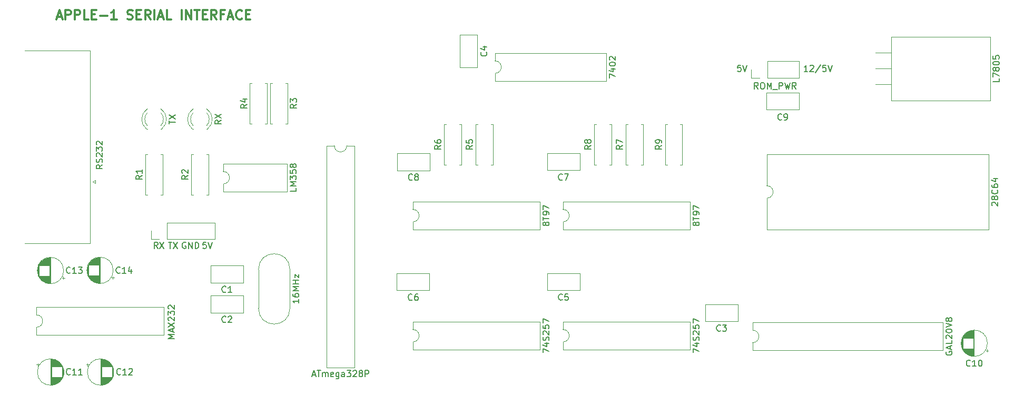
<source format=gto>
G04 #@! TF.GenerationSoftware,KiCad,Pcbnew,(5.1.5-0)*
G04 #@! TF.CreationDate,2023-05-16T07:02:42+02:00*
G04 #@! TF.ProjectId,Apple1Serial,4170706c-6531-4536-9572-69616c2e6b69,rev?*
G04 #@! TF.SameCoordinates,Original*
G04 #@! TF.FileFunction,Legend,Top*
G04 #@! TF.FilePolarity,Positive*
%FSLAX46Y46*%
G04 Gerber Fmt 4.6, Leading zero omitted, Abs format (unit mm)*
G04 Created by KiCad (PCBNEW (5.1.5-0)) date 2023-05-16 07:02:42*
%MOMM*%
%LPD*%
G04 APERTURE LIST*
%ADD10C,0.150000*%
%ADD11C,0.300000*%
%ADD12C,0.120000*%
G04 APERTURE END LIST*
D10*
X80233543Y-85558380D02*
X79757353Y-85558380D01*
X79709734Y-86034571D01*
X79757353Y-85986952D01*
X79852591Y-85939333D01*
X80090686Y-85939333D01*
X80185924Y-85986952D01*
X80233543Y-86034571D01*
X80281162Y-86129809D01*
X80281162Y-86367904D01*
X80233543Y-86463142D01*
X80185924Y-86510761D01*
X80090686Y-86558380D01*
X79852591Y-86558380D01*
X79757353Y-86510761D01*
X79709734Y-86463142D01*
X80566877Y-85558380D02*
X80900210Y-86558380D01*
X81233543Y-85558380D01*
X176942952Y-58110380D02*
X176371523Y-58110380D01*
X176657238Y-58110380D02*
X176657238Y-57110380D01*
X176562000Y-57253238D01*
X176466761Y-57348476D01*
X176371523Y-57396095D01*
X177323904Y-57205619D02*
X177371523Y-57158000D01*
X177466761Y-57110380D01*
X177704857Y-57110380D01*
X177800095Y-57158000D01*
X177847714Y-57205619D01*
X177895333Y-57300857D01*
X177895333Y-57396095D01*
X177847714Y-57538952D01*
X177276285Y-58110380D01*
X177895333Y-58110380D01*
X179038190Y-57062761D02*
X178181047Y-58348476D01*
X179847714Y-57110380D02*
X179371523Y-57110380D01*
X179323904Y-57586571D01*
X179371523Y-57538952D01*
X179466761Y-57491333D01*
X179704857Y-57491333D01*
X179800095Y-57538952D01*
X179847714Y-57586571D01*
X179895333Y-57681809D01*
X179895333Y-57919904D01*
X179847714Y-58015142D01*
X179800095Y-58062761D01*
X179704857Y-58110380D01*
X179466761Y-58110380D01*
X179371523Y-58062761D01*
X179323904Y-58015142D01*
X180181047Y-57110380D02*
X180514380Y-58110380D01*
X180847714Y-57110380D01*
X166179523Y-57110380D02*
X165703333Y-57110380D01*
X165655714Y-57586571D01*
X165703333Y-57538952D01*
X165798571Y-57491333D01*
X166036666Y-57491333D01*
X166131904Y-57538952D01*
X166179523Y-57586571D01*
X166227142Y-57681809D01*
X166227142Y-57919904D01*
X166179523Y-58015142D01*
X166131904Y-58062761D01*
X166036666Y-58110380D01*
X165798571Y-58110380D01*
X165703333Y-58062761D01*
X165655714Y-58015142D01*
X166512857Y-57110380D02*
X166846190Y-58110380D01*
X167179523Y-57110380D01*
X76962095Y-85606000D02*
X76866857Y-85558380D01*
X76724000Y-85558380D01*
X76581142Y-85606000D01*
X76485904Y-85701238D01*
X76438285Y-85796476D01*
X76390666Y-85986952D01*
X76390666Y-86129809D01*
X76438285Y-86320285D01*
X76485904Y-86415523D01*
X76581142Y-86510761D01*
X76724000Y-86558380D01*
X76819238Y-86558380D01*
X76962095Y-86510761D01*
X77009714Y-86463142D01*
X77009714Y-86129809D01*
X76819238Y-86129809D01*
X77438285Y-86558380D02*
X77438285Y-85558380D01*
X78009714Y-86558380D01*
X78009714Y-85558380D01*
X78485904Y-86558380D02*
X78485904Y-85558380D01*
X78724000Y-85558380D01*
X78866857Y-85606000D01*
X78962095Y-85701238D01*
X79009714Y-85796476D01*
X79057333Y-85986952D01*
X79057333Y-86129809D01*
X79009714Y-86320285D01*
X78962095Y-86415523D01*
X78866857Y-86510761D01*
X78724000Y-86558380D01*
X78485904Y-86558380D01*
X74168095Y-85558380D02*
X74739523Y-85558380D01*
X74453809Y-86558380D02*
X74453809Y-85558380D01*
X74977619Y-85558380D02*
X75644285Y-86558380D01*
X75644285Y-85558380D02*
X74977619Y-86558380D01*
X72477333Y-86558380D02*
X72144000Y-86082190D01*
X71905904Y-86558380D02*
X71905904Y-85558380D01*
X72286857Y-85558380D01*
X72382095Y-85606000D01*
X72429714Y-85653619D01*
X72477333Y-85748857D01*
X72477333Y-85891714D01*
X72429714Y-85986952D01*
X72382095Y-86034571D01*
X72286857Y-86082190D01*
X71905904Y-86082190D01*
X72810666Y-85558380D02*
X73477333Y-86558380D01*
X73477333Y-85558380D02*
X72810666Y-86558380D01*
D11*
X56300285Y-49304000D02*
X57014571Y-49304000D01*
X56157428Y-49732571D02*
X56657428Y-48232571D01*
X57157428Y-49732571D01*
X57657428Y-49732571D02*
X57657428Y-48232571D01*
X58228857Y-48232571D01*
X58371714Y-48304000D01*
X58443142Y-48375428D01*
X58514571Y-48518285D01*
X58514571Y-48732571D01*
X58443142Y-48875428D01*
X58371714Y-48946857D01*
X58228857Y-49018285D01*
X57657428Y-49018285D01*
X59157428Y-49732571D02*
X59157428Y-48232571D01*
X59728857Y-48232571D01*
X59871714Y-48304000D01*
X59943142Y-48375428D01*
X60014571Y-48518285D01*
X60014571Y-48732571D01*
X59943142Y-48875428D01*
X59871714Y-48946857D01*
X59728857Y-49018285D01*
X59157428Y-49018285D01*
X61371714Y-49732571D02*
X60657428Y-49732571D01*
X60657428Y-48232571D01*
X61871714Y-48946857D02*
X62371714Y-48946857D01*
X62586000Y-49732571D02*
X61871714Y-49732571D01*
X61871714Y-48232571D01*
X62586000Y-48232571D01*
X63228857Y-49161142D02*
X64371714Y-49161142D01*
X65871714Y-49732571D02*
X65014571Y-49732571D01*
X65443142Y-49732571D02*
X65443142Y-48232571D01*
X65300285Y-48446857D01*
X65157428Y-48589714D01*
X65014571Y-48661142D01*
X67586000Y-49661142D02*
X67800285Y-49732571D01*
X68157428Y-49732571D01*
X68300285Y-49661142D01*
X68371714Y-49589714D01*
X68443142Y-49446857D01*
X68443142Y-49304000D01*
X68371714Y-49161142D01*
X68300285Y-49089714D01*
X68157428Y-49018285D01*
X67871714Y-48946857D01*
X67728857Y-48875428D01*
X67657428Y-48804000D01*
X67586000Y-48661142D01*
X67586000Y-48518285D01*
X67657428Y-48375428D01*
X67728857Y-48304000D01*
X67871714Y-48232571D01*
X68228857Y-48232571D01*
X68443142Y-48304000D01*
X69086000Y-48946857D02*
X69586000Y-48946857D01*
X69800285Y-49732571D02*
X69086000Y-49732571D01*
X69086000Y-48232571D01*
X69800285Y-48232571D01*
X71300285Y-49732571D02*
X70800285Y-49018285D01*
X70443142Y-49732571D02*
X70443142Y-48232571D01*
X71014571Y-48232571D01*
X71157428Y-48304000D01*
X71228857Y-48375428D01*
X71300285Y-48518285D01*
X71300285Y-48732571D01*
X71228857Y-48875428D01*
X71157428Y-48946857D01*
X71014571Y-49018285D01*
X70443142Y-49018285D01*
X71943142Y-49732571D02*
X71943142Y-48232571D01*
X72586000Y-49304000D02*
X73300285Y-49304000D01*
X72443142Y-49732571D02*
X72943142Y-48232571D01*
X73443142Y-49732571D01*
X74657428Y-49732571D02*
X73943142Y-49732571D01*
X73943142Y-48232571D01*
X76300285Y-49732571D02*
X76300285Y-48232571D01*
X77014571Y-49732571D02*
X77014571Y-48232571D01*
X77871714Y-49732571D01*
X77871714Y-48232571D01*
X78371714Y-48232571D02*
X79228857Y-48232571D01*
X78800285Y-49732571D02*
X78800285Y-48232571D01*
X79728857Y-48946857D02*
X80228857Y-48946857D01*
X80443142Y-49732571D02*
X79728857Y-49732571D01*
X79728857Y-48232571D01*
X80443142Y-48232571D01*
X81943142Y-49732571D02*
X81443142Y-49018285D01*
X81086000Y-49732571D02*
X81086000Y-48232571D01*
X81657428Y-48232571D01*
X81800285Y-48304000D01*
X81871714Y-48375428D01*
X81943142Y-48518285D01*
X81943142Y-48732571D01*
X81871714Y-48875428D01*
X81800285Y-48946857D01*
X81657428Y-49018285D01*
X81086000Y-49018285D01*
X83086000Y-48946857D02*
X82586000Y-48946857D01*
X82586000Y-49732571D02*
X82586000Y-48232571D01*
X83300285Y-48232571D01*
X83800285Y-49304000D02*
X84514571Y-49304000D01*
X83657428Y-49732571D02*
X84157428Y-48232571D01*
X84657428Y-49732571D01*
X86014571Y-49589714D02*
X85943142Y-49661142D01*
X85728857Y-49732571D01*
X85586000Y-49732571D01*
X85371714Y-49661142D01*
X85228857Y-49518285D01*
X85157428Y-49375428D01*
X85086000Y-49089714D01*
X85086000Y-48875428D01*
X85157428Y-48589714D01*
X85228857Y-48446857D01*
X85371714Y-48304000D01*
X85586000Y-48232571D01*
X85728857Y-48232571D01*
X85943142Y-48304000D01*
X86014571Y-48375428D01*
X86657428Y-48946857D02*
X87157428Y-48946857D01*
X87371714Y-49732571D02*
X86657428Y-49732571D01*
X86657428Y-48232571D01*
X87371714Y-48232571D01*
D12*
X62037565Y-75803760D02*
X62470578Y-75553760D01*
X62470578Y-76053760D02*
X62037565Y-75803760D01*
X62470578Y-75553760D02*
X62470578Y-76053760D01*
X61576240Y-85748760D02*
X51096240Y-85748760D01*
X61576240Y-54778760D02*
X61576240Y-85748760D01*
X51096240Y-54778760D02*
X61576240Y-54778760D01*
X52967580Y-95981960D02*
X52967580Y-97231960D01*
X73407580Y-95981960D02*
X52967580Y-95981960D01*
X73407580Y-100481960D02*
X73407580Y-95981960D01*
X52967580Y-100481960D02*
X73407580Y-100481960D01*
X52967580Y-99231960D02*
X52967580Y-100481960D01*
X52967580Y-97231960D02*
G75*
G02X52967580Y-99231960I0J-1000000D01*
G01*
X65258141Y-91476100D02*
X65258141Y-91076100D01*
X65458141Y-91276100D02*
X65058141Y-91276100D01*
X61107340Y-90451100D02*
X61107340Y-89711100D01*
X61147340Y-90618100D02*
X61147340Y-89544100D01*
X61187340Y-90745100D02*
X61187340Y-89417100D01*
X61227340Y-90849100D02*
X61227340Y-89313100D01*
X61267340Y-90940100D02*
X61267340Y-89222100D01*
X61307340Y-91021100D02*
X61307340Y-89141100D01*
X61347340Y-91094100D02*
X61347340Y-89068100D01*
X61387340Y-89241100D02*
X61387340Y-89001100D01*
X61387340Y-91161100D02*
X61387340Y-90921100D01*
X61427340Y-89241100D02*
X61427340Y-88939100D01*
X61427340Y-91223100D02*
X61427340Y-90921100D01*
X61467340Y-89241100D02*
X61467340Y-88881100D01*
X61467340Y-91281100D02*
X61467340Y-90921100D01*
X61507340Y-89241100D02*
X61507340Y-88827100D01*
X61507340Y-91335100D02*
X61507340Y-90921100D01*
X61547340Y-89241100D02*
X61547340Y-88777100D01*
X61547340Y-91385100D02*
X61547340Y-90921100D01*
X61587340Y-89241100D02*
X61587340Y-88730100D01*
X61587340Y-91432100D02*
X61587340Y-90921100D01*
X61627340Y-89241100D02*
X61627340Y-88685100D01*
X61627340Y-91477100D02*
X61627340Y-90921100D01*
X61667340Y-89241100D02*
X61667340Y-88643100D01*
X61667340Y-91519100D02*
X61667340Y-90921100D01*
X61707340Y-89241100D02*
X61707340Y-88603100D01*
X61707340Y-91559100D02*
X61707340Y-90921100D01*
X61747340Y-89241100D02*
X61747340Y-88565100D01*
X61747340Y-91597100D02*
X61747340Y-90921100D01*
X61787340Y-89241100D02*
X61787340Y-88529100D01*
X61787340Y-91633100D02*
X61787340Y-90921100D01*
X61827340Y-89241100D02*
X61827340Y-88494100D01*
X61827340Y-91668100D02*
X61827340Y-90921100D01*
X61867340Y-89241100D02*
X61867340Y-88462100D01*
X61867340Y-91700100D02*
X61867340Y-90921100D01*
X61907340Y-89241100D02*
X61907340Y-88431100D01*
X61907340Y-91731100D02*
X61907340Y-90921100D01*
X61947340Y-89241100D02*
X61947340Y-88401100D01*
X61947340Y-91761100D02*
X61947340Y-90921100D01*
X61987340Y-89241100D02*
X61987340Y-88373100D01*
X61987340Y-91789100D02*
X61987340Y-90921100D01*
X62027340Y-89241100D02*
X62027340Y-88346100D01*
X62027340Y-91816100D02*
X62027340Y-90921100D01*
X62067340Y-89241100D02*
X62067340Y-88321100D01*
X62067340Y-91841100D02*
X62067340Y-90921100D01*
X62107340Y-89241100D02*
X62107340Y-88296100D01*
X62107340Y-91866100D02*
X62107340Y-90921100D01*
X62147340Y-89241100D02*
X62147340Y-88273100D01*
X62147340Y-91889100D02*
X62147340Y-90921100D01*
X62187340Y-89241100D02*
X62187340Y-88251100D01*
X62187340Y-91911100D02*
X62187340Y-90921100D01*
X62227340Y-89241100D02*
X62227340Y-88230100D01*
X62227340Y-91932100D02*
X62227340Y-90921100D01*
X62267340Y-89241100D02*
X62267340Y-88211100D01*
X62267340Y-91951100D02*
X62267340Y-90921100D01*
X62307340Y-89241100D02*
X62307340Y-88192100D01*
X62307340Y-91970100D02*
X62307340Y-90921100D01*
X62347340Y-89241100D02*
X62347340Y-88174100D01*
X62347340Y-91988100D02*
X62347340Y-90921100D01*
X62387340Y-89241100D02*
X62387340Y-88157100D01*
X62387340Y-92005100D02*
X62387340Y-90921100D01*
X62427340Y-89241100D02*
X62427340Y-88141100D01*
X62427340Y-92021100D02*
X62427340Y-90921100D01*
X62467340Y-89241100D02*
X62467340Y-88127100D01*
X62467340Y-92035100D02*
X62467340Y-90921100D01*
X62508340Y-89241100D02*
X62508340Y-88113100D01*
X62508340Y-92049100D02*
X62508340Y-90921100D01*
X62548340Y-89241100D02*
X62548340Y-88099100D01*
X62548340Y-92063100D02*
X62548340Y-90921100D01*
X62588340Y-89241100D02*
X62588340Y-88087100D01*
X62588340Y-92075100D02*
X62588340Y-90921100D01*
X62628340Y-89241100D02*
X62628340Y-88076100D01*
X62628340Y-92086100D02*
X62628340Y-90921100D01*
X62668340Y-89241100D02*
X62668340Y-88065100D01*
X62668340Y-92097100D02*
X62668340Y-90921100D01*
X62708340Y-89241100D02*
X62708340Y-88056100D01*
X62708340Y-92106100D02*
X62708340Y-90921100D01*
X62748340Y-89241100D02*
X62748340Y-88047100D01*
X62748340Y-92115100D02*
X62748340Y-90921100D01*
X62788340Y-89241100D02*
X62788340Y-88039100D01*
X62788340Y-92123100D02*
X62788340Y-90921100D01*
X62828340Y-89241100D02*
X62828340Y-88031100D01*
X62828340Y-92131100D02*
X62828340Y-90921100D01*
X62868340Y-89241100D02*
X62868340Y-88025100D01*
X62868340Y-92137100D02*
X62868340Y-90921100D01*
X62908340Y-89241100D02*
X62908340Y-88019100D01*
X62908340Y-92143100D02*
X62908340Y-90921100D01*
X62948340Y-89241100D02*
X62948340Y-88014100D01*
X62948340Y-92148100D02*
X62948340Y-90921100D01*
X62988340Y-89241100D02*
X62988340Y-88010100D01*
X62988340Y-92152100D02*
X62988340Y-90921100D01*
X63028340Y-92155100D02*
X63028340Y-88007100D01*
X63068340Y-92158100D02*
X63068340Y-88004100D01*
X63108340Y-92160100D02*
X63108340Y-88002100D01*
X63148340Y-92161100D02*
X63148340Y-88001100D01*
X63188340Y-92161100D02*
X63188340Y-88001100D01*
X65308340Y-90081100D02*
G75*
G03X65308340Y-90081100I-2120000J0D01*
G01*
X57292701Y-91504040D02*
X57292701Y-91104040D01*
X57492701Y-91304040D02*
X57092701Y-91304040D01*
X53141900Y-90479040D02*
X53141900Y-89739040D01*
X53181900Y-90646040D02*
X53181900Y-89572040D01*
X53221900Y-90773040D02*
X53221900Y-89445040D01*
X53261900Y-90877040D02*
X53261900Y-89341040D01*
X53301900Y-90968040D02*
X53301900Y-89250040D01*
X53341900Y-91049040D02*
X53341900Y-89169040D01*
X53381900Y-91122040D02*
X53381900Y-89096040D01*
X53421900Y-89269040D02*
X53421900Y-89029040D01*
X53421900Y-91189040D02*
X53421900Y-90949040D01*
X53461900Y-89269040D02*
X53461900Y-88967040D01*
X53461900Y-91251040D02*
X53461900Y-90949040D01*
X53501900Y-89269040D02*
X53501900Y-88909040D01*
X53501900Y-91309040D02*
X53501900Y-90949040D01*
X53541900Y-89269040D02*
X53541900Y-88855040D01*
X53541900Y-91363040D02*
X53541900Y-90949040D01*
X53581900Y-89269040D02*
X53581900Y-88805040D01*
X53581900Y-91413040D02*
X53581900Y-90949040D01*
X53621900Y-89269040D02*
X53621900Y-88758040D01*
X53621900Y-91460040D02*
X53621900Y-90949040D01*
X53661900Y-89269040D02*
X53661900Y-88713040D01*
X53661900Y-91505040D02*
X53661900Y-90949040D01*
X53701900Y-89269040D02*
X53701900Y-88671040D01*
X53701900Y-91547040D02*
X53701900Y-90949040D01*
X53741900Y-89269040D02*
X53741900Y-88631040D01*
X53741900Y-91587040D02*
X53741900Y-90949040D01*
X53781900Y-89269040D02*
X53781900Y-88593040D01*
X53781900Y-91625040D02*
X53781900Y-90949040D01*
X53821900Y-89269040D02*
X53821900Y-88557040D01*
X53821900Y-91661040D02*
X53821900Y-90949040D01*
X53861900Y-89269040D02*
X53861900Y-88522040D01*
X53861900Y-91696040D02*
X53861900Y-90949040D01*
X53901900Y-89269040D02*
X53901900Y-88490040D01*
X53901900Y-91728040D02*
X53901900Y-90949040D01*
X53941900Y-89269040D02*
X53941900Y-88459040D01*
X53941900Y-91759040D02*
X53941900Y-90949040D01*
X53981900Y-89269040D02*
X53981900Y-88429040D01*
X53981900Y-91789040D02*
X53981900Y-90949040D01*
X54021900Y-89269040D02*
X54021900Y-88401040D01*
X54021900Y-91817040D02*
X54021900Y-90949040D01*
X54061900Y-89269040D02*
X54061900Y-88374040D01*
X54061900Y-91844040D02*
X54061900Y-90949040D01*
X54101900Y-89269040D02*
X54101900Y-88349040D01*
X54101900Y-91869040D02*
X54101900Y-90949040D01*
X54141900Y-89269040D02*
X54141900Y-88324040D01*
X54141900Y-91894040D02*
X54141900Y-90949040D01*
X54181900Y-89269040D02*
X54181900Y-88301040D01*
X54181900Y-91917040D02*
X54181900Y-90949040D01*
X54221900Y-89269040D02*
X54221900Y-88279040D01*
X54221900Y-91939040D02*
X54221900Y-90949040D01*
X54261900Y-89269040D02*
X54261900Y-88258040D01*
X54261900Y-91960040D02*
X54261900Y-90949040D01*
X54301900Y-89269040D02*
X54301900Y-88239040D01*
X54301900Y-91979040D02*
X54301900Y-90949040D01*
X54341900Y-89269040D02*
X54341900Y-88220040D01*
X54341900Y-91998040D02*
X54341900Y-90949040D01*
X54381900Y-89269040D02*
X54381900Y-88202040D01*
X54381900Y-92016040D02*
X54381900Y-90949040D01*
X54421900Y-89269040D02*
X54421900Y-88185040D01*
X54421900Y-92033040D02*
X54421900Y-90949040D01*
X54461900Y-89269040D02*
X54461900Y-88169040D01*
X54461900Y-92049040D02*
X54461900Y-90949040D01*
X54501900Y-89269040D02*
X54501900Y-88155040D01*
X54501900Y-92063040D02*
X54501900Y-90949040D01*
X54542900Y-89269040D02*
X54542900Y-88141040D01*
X54542900Y-92077040D02*
X54542900Y-90949040D01*
X54582900Y-89269040D02*
X54582900Y-88127040D01*
X54582900Y-92091040D02*
X54582900Y-90949040D01*
X54622900Y-89269040D02*
X54622900Y-88115040D01*
X54622900Y-92103040D02*
X54622900Y-90949040D01*
X54662900Y-89269040D02*
X54662900Y-88104040D01*
X54662900Y-92114040D02*
X54662900Y-90949040D01*
X54702900Y-89269040D02*
X54702900Y-88093040D01*
X54702900Y-92125040D02*
X54702900Y-90949040D01*
X54742900Y-89269040D02*
X54742900Y-88084040D01*
X54742900Y-92134040D02*
X54742900Y-90949040D01*
X54782900Y-89269040D02*
X54782900Y-88075040D01*
X54782900Y-92143040D02*
X54782900Y-90949040D01*
X54822900Y-89269040D02*
X54822900Y-88067040D01*
X54822900Y-92151040D02*
X54822900Y-90949040D01*
X54862900Y-89269040D02*
X54862900Y-88059040D01*
X54862900Y-92159040D02*
X54862900Y-90949040D01*
X54902900Y-89269040D02*
X54902900Y-88053040D01*
X54902900Y-92165040D02*
X54902900Y-90949040D01*
X54942900Y-89269040D02*
X54942900Y-88047040D01*
X54942900Y-92171040D02*
X54942900Y-90949040D01*
X54982900Y-89269040D02*
X54982900Y-88042040D01*
X54982900Y-92176040D02*
X54982900Y-90949040D01*
X55022900Y-89269040D02*
X55022900Y-88038040D01*
X55022900Y-92180040D02*
X55022900Y-90949040D01*
X55062900Y-92183040D02*
X55062900Y-88035040D01*
X55102900Y-92186040D02*
X55102900Y-88032040D01*
X55142900Y-92188040D02*
X55142900Y-88030040D01*
X55182900Y-92189040D02*
X55182900Y-88029040D01*
X55222900Y-92189040D02*
X55222900Y-88029040D01*
X57342900Y-90109040D02*
G75*
G03X57342900Y-90109040I-2120000J0D01*
G01*
X61208459Y-105031000D02*
X61208459Y-105431000D01*
X61008459Y-105231000D02*
X61408459Y-105231000D01*
X65359260Y-106056000D02*
X65359260Y-106796000D01*
X65319260Y-105889000D02*
X65319260Y-106963000D01*
X65279260Y-105762000D02*
X65279260Y-107090000D01*
X65239260Y-105658000D02*
X65239260Y-107194000D01*
X65199260Y-105567000D02*
X65199260Y-107285000D01*
X65159260Y-105486000D02*
X65159260Y-107366000D01*
X65119260Y-105413000D02*
X65119260Y-107439000D01*
X65079260Y-107266000D02*
X65079260Y-107506000D01*
X65079260Y-105346000D02*
X65079260Y-105586000D01*
X65039260Y-107266000D02*
X65039260Y-107568000D01*
X65039260Y-105284000D02*
X65039260Y-105586000D01*
X64999260Y-107266000D02*
X64999260Y-107626000D01*
X64999260Y-105226000D02*
X64999260Y-105586000D01*
X64959260Y-107266000D02*
X64959260Y-107680000D01*
X64959260Y-105172000D02*
X64959260Y-105586000D01*
X64919260Y-107266000D02*
X64919260Y-107730000D01*
X64919260Y-105122000D02*
X64919260Y-105586000D01*
X64879260Y-107266000D02*
X64879260Y-107777000D01*
X64879260Y-105075000D02*
X64879260Y-105586000D01*
X64839260Y-107266000D02*
X64839260Y-107822000D01*
X64839260Y-105030000D02*
X64839260Y-105586000D01*
X64799260Y-107266000D02*
X64799260Y-107864000D01*
X64799260Y-104988000D02*
X64799260Y-105586000D01*
X64759260Y-107266000D02*
X64759260Y-107904000D01*
X64759260Y-104948000D02*
X64759260Y-105586000D01*
X64719260Y-107266000D02*
X64719260Y-107942000D01*
X64719260Y-104910000D02*
X64719260Y-105586000D01*
X64679260Y-107266000D02*
X64679260Y-107978000D01*
X64679260Y-104874000D02*
X64679260Y-105586000D01*
X64639260Y-107266000D02*
X64639260Y-108013000D01*
X64639260Y-104839000D02*
X64639260Y-105586000D01*
X64599260Y-107266000D02*
X64599260Y-108045000D01*
X64599260Y-104807000D02*
X64599260Y-105586000D01*
X64559260Y-107266000D02*
X64559260Y-108076000D01*
X64559260Y-104776000D02*
X64559260Y-105586000D01*
X64519260Y-107266000D02*
X64519260Y-108106000D01*
X64519260Y-104746000D02*
X64519260Y-105586000D01*
X64479260Y-107266000D02*
X64479260Y-108134000D01*
X64479260Y-104718000D02*
X64479260Y-105586000D01*
X64439260Y-107266000D02*
X64439260Y-108161000D01*
X64439260Y-104691000D02*
X64439260Y-105586000D01*
X64399260Y-107266000D02*
X64399260Y-108186000D01*
X64399260Y-104666000D02*
X64399260Y-105586000D01*
X64359260Y-107266000D02*
X64359260Y-108211000D01*
X64359260Y-104641000D02*
X64359260Y-105586000D01*
X64319260Y-107266000D02*
X64319260Y-108234000D01*
X64319260Y-104618000D02*
X64319260Y-105586000D01*
X64279260Y-107266000D02*
X64279260Y-108256000D01*
X64279260Y-104596000D02*
X64279260Y-105586000D01*
X64239260Y-107266000D02*
X64239260Y-108277000D01*
X64239260Y-104575000D02*
X64239260Y-105586000D01*
X64199260Y-107266000D02*
X64199260Y-108296000D01*
X64199260Y-104556000D02*
X64199260Y-105586000D01*
X64159260Y-107266000D02*
X64159260Y-108315000D01*
X64159260Y-104537000D02*
X64159260Y-105586000D01*
X64119260Y-107266000D02*
X64119260Y-108333000D01*
X64119260Y-104519000D02*
X64119260Y-105586000D01*
X64079260Y-107266000D02*
X64079260Y-108350000D01*
X64079260Y-104502000D02*
X64079260Y-105586000D01*
X64039260Y-107266000D02*
X64039260Y-108366000D01*
X64039260Y-104486000D02*
X64039260Y-105586000D01*
X63999260Y-107266000D02*
X63999260Y-108380000D01*
X63999260Y-104472000D02*
X63999260Y-105586000D01*
X63958260Y-107266000D02*
X63958260Y-108394000D01*
X63958260Y-104458000D02*
X63958260Y-105586000D01*
X63918260Y-107266000D02*
X63918260Y-108408000D01*
X63918260Y-104444000D02*
X63918260Y-105586000D01*
X63878260Y-107266000D02*
X63878260Y-108420000D01*
X63878260Y-104432000D02*
X63878260Y-105586000D01*
X63838260Y-107266000D02*
X63838260Y-108431000D01*
X63838260Y-104421000D02*
X63838260Y-105586000D01*
X63798260Y-107266000D02*
X63798260Y-108442000D01*
X63798260Y-104410000D02*
X63798260Y-105586000D01*
X63758260Y-107266000D02*
X63758260Y-108451000D01*
X63758260Y-104401000D02*
X63758260Y-105586000D01*
X63718260Y-107266000D02*
X63718260Y-108460000D01*
X63718260Y-104392000D02*
X63718260Y-105586000D01*
X63678260Y-107266000D02*
X63678260Y-108468000D01*
X63678260Y-104384000D02*
X63678260Y-105586000D01*
X63638260Y-107266000D02*
X63638260Y-108476000D01*
X63638260Y-104376000D02*
X63638260Y-105586000D01*
X63598260Y-107266000D02*
X63598260Y-108482000D01*
X63598260Y-104370000D02*
X63598260Y-105586000D01*
X63558260Y-107266000D02*
X63558260Y-108488000D01*
X63558260Y-104364000D02*
X63558260Y-105586000D01*
X63518260Y-107266000D02*
X63518260Y-108493000D01*
X63518260Y-104359000D02*
X63518260Y-105586000D01*
X63478260Y-107266000D02*
X63478260Y-108497000D01*
X63478260Y-104355000D02*
X63478260Y-105586000D01*
X63438260Y-104352000D02*
X63438260Y-108500000D01*
X63398260Y-104349000D02*
X63398260Y-108503000D01*
X63358260Y-104347000D02*
X63358260Y-108505000D01*
X63318260Y-104346000D02*
X63318260Y-108506000D01*
X63278260Y-104346000D02*
X63278260Y-108506000D01*
X65398260Y-106426000D02*
G75*
G03X65398260Y-106426000I-2120000J0D01*
G01*
X53176979Y-105033540D02*
X53176979Y-105433540D01*
X52976979Y-105233540D02*
X53376979Y-105233540D01*
X57327780Y-106058540D02*
X57327780Y-106798540D01*
X57287780Y-105891540D02*
X57287780Y-106965540D01*
X57247780Y-105764540D02*
X57247780Y-107092540D01*
X57207780Y-105660540D02*
X57207780Y-107196540D01*
X57167780Y-105569540D02*
X57167780Y-107287540D01*
X57127780Y-105488540D02*
X57127780Y-107368540D01*
X57087780Y-105415540D02*
X57087780Y-107441540D01*
X57047780Y-107268540D02*
X57047780Y-107508540D01*
X57047780Y-105348540D02*
X57047780Y-105588540D01*
X57007780Y-107268540D02*
X57007780Y-107570540D01*
X57007780Y-105286540D02*
X57007780Y-105588540D01*
X56967780Y-107268540D02*
X56967780Y-107628540D01*
X56967780Y-105228540D02*
X56967780Y-105588540D01*
X56927780Y-107268540D02*
X56927780Y-107682540D01*
X56927780Y-105174540D02*
X56927780Y-105588540D01*
X56887780Y-107268540D02*
X56887780Y-107732540D01*
X56887780Y-105124540D02*
X56887780Y-105588540D01*
X56847780Y-107268540D02*
X56847780Y-107779540D01*
X56847780Y-105077540D02*
X56847780Y-105588540D01*
X56807780Y-107268540D02*
X56807780Y-107824540D01*
X56807780Y-105032540D02*
X56807780Y-105588540D01*
X56767780Y-107268540D02*
X56767780Y-107866540D01*
X56767780Y-104990540D02*
X56767780Y-105588540D01*
X56727780Y-107268540D02*
X56727780Y-107906540D01*
X56727780Y-104950540D02*
X56727780Y-105588540D01*
X56687780Y-107268540D02*
X56687780Y-107944540D01*
X56687780Y-104912540D02*
X56687780Y-105588540D01*
X56647780Y-107268540D02*
X56647780Y-107980540D01*
X56647780Y-104876540D02*
X56647780Y-105588540D01*
X56607780Y-107268540D02*
X56607780Y-108015540D01*
X56607780Y-104841540D02*
X56607780Y-105588540D01*
X56567780Y-107268540D02*
X56567780Y-108047540D01*
X56567780Y-104809540D02*
X56567780Y-105588540D01*
X56527780Y-107268540D02*
X56527780Y-108078540D01*
X56527780Y-104778540D02*
X56527780Y-105588540D01*
X56487780Y-107268540D02*
X56487780Y-108108540D01*
X56487780Y-104748540D02*
X56487780Y-105588540D01*
X56447780Y-107268540D02*
X56447780Y-108136540D01*
X56447780Y-104720540D02*
X56447780Y-105588540D01*
X56407780Y-107268540D02*
X56407780Y-108163540D01*
X56407780Y-104693540D02*
X56407780Y-105588540D01*
X56367780Y-107268540D02*
X56367780Y-108188540D01*
X56367780Y-104668540D02*
X56367780Y-105588540D01*
X56327780Y-107268540D02*
X56327780Y-108213540D01*
X56327780Y-104643540D02*
X56327780Y-105588540D01*
X56287780Y-107268540D02*
X56287780Y-108236540D01*
X56287780Y-104620540D02*
X56287780Y-105588540D01*
X56247780Y-107268540D02*
X56247780Y-108258540D01*
X56247780Y-104598540D02*
X56247780Y-105588540D01*
X56207780Y-107268540D02*
X56207780Y-108279540D01*
X56207780Y-104577540D02*
X56207780Y-105588540D01*
X56167780Y-107268540D02*
X56167780Y-108298540D01*
X56167780Y-104558540D02*
X56167780Y-105588540D01*
X56127780Y-107268540D02*
X56127780Y-108317540D01*
X56127780Y-104539540D02*
X56127780Y-105588540D01*
X56087780Y-107268540D02*
X56087780Y-108335540D01*
X56087780Y-104521540D02*
X56087780Y-105588540D01*
X56047780Y-107268540D02*
X56047780Y-108352540D01*
X56047780Y-104504540D02*
X56047780Y-105588540D01*
X56007780Y-107268540D02*
X56007780Y-108368540D01*
X56007780Y-104488540D02*
X56007780Y-105588540D01*
X55967780Y-107268540D02*
X55967780Y-108382540D01*
X55967780Y-104474540D02*
X55967780Y-105588540D01*
X55926780Y-107268540D02*
X55926780Y-108396540D01*
X55926780Y-104460540D02*
X55926780Y-105588540D01*
X55886780Y-107268540D02*
X55886780Y-108410540D01*
X55886780Y-104446540D02*
X55886780Y-105588540D01*
X55846780Y-107268540D02*
X55846780Y-108422540D01*
X55846780Y-104434540D02*
X55846780Y-105588540D01*
X55806780Y-107268540D02*
X55806780Y-108433540D01*
X55806780Y-104423540D02*
X55806780Y-105588540D01*
X55766780Y-107268540D02*
X55766780Y-108444540D01*
X55766780Y-104412540D02*
X55766780Y-105588540D01*
X55726780Y-107268540D02*
X55726780Y-108453540D01*
X55726780Y-104403540D02*
X55726780Y-105588540D01*
X55686780Y-107268540D02*
X55686780Y-108462540D01*
X55686780Y-104394540D02*
X55686780Y-105588540D01*
X55646780Y-107268540D02*
X55646780Y-108470540D01*
X55646780Y-104386540D02*
X55646780Y-105588540D01*
X55606780Y-107268540D02*
X55606780Y-108478540D01*
X55606780Y-104378540D02*
X55606780Y-105588540D01*
X55566780Y-107268540D02*
X55566780Y-108484540D01*
X55566780Y-104372540D02*
X55566780Y-105588540D01*
X55526780Y-107268540D02*
X55526780Y-108490540D01*
X55526780Y-104366540D02*
X55526780Y-105588540D01*
X55486780Y-107268540D02*
X55486780Y-108495540D01*
X55486780Y-104361540D02*
X55486780Y-105588540D01*
X55446780Y-107268540D02*
X55446780Y-108499540D01*
X55446780Y-104357540D02*
X55446780Y-105588540D01*
X55406780Y-104354540D02*
X55406780Y-108502540D01*
X55366780Y-104351540D02*
X55366780Y-108505540D01*
X55326780Y-104349540D02*
X55326780Y-108507540D01*
X55286780Y-104348540D02*
X55286780Y-108508540D01*
X55246780Y-104348540D02*
X55246780Y-108508540D01*
X57366780Y-106428540D02*
G75*
G03X57366780Y-106428540I-2120000J0D01*
G01*
X71385120Y-85066180D02*
X71385120Y-83736180D01*
X72715120Y-85066180D02*
X71385120Y-85066180D01*
X73985120Y-85066180D02*
X73985120Y-82406180D01*
X73985120Y-82406180D02*
X81665120Y-82406180D01*
X73985120Y-85066180D02*
X81665120Y-85066180D01*
X81665120Y-85066180D02*
X81665120Y-82406180D01*
X126686000Y-55154000D02*
X126686000Y-56404000D01*
X144586000Y-55154000D02*
X126686000Y-55154000D01*
X144586000Y-59654000D02*
X144586000Y-55154000D01*
X126686000Y-59654000D02*
X144586000Y-59654000D01*
X126686000Y-58404000D02*
X126686000Y-59654000D01*
X126686000Y-56404000D02*
G75*
G02X126686000Y-58404000I0J-1000000D01*
G01*
X82998000Y-72934000D02*
X82998000Y-74184000D01*
X93278000Y-72934000D02*
X82998000Y-72934000D01*
X93278000Y-77434000D02*
X93278000Y-72934000D01*
X82998000Y-77434000D02*
X93278000Y-77434000D01*
X82998000Y-76184000D02*
X82998000Y-77434000D01*
X82998000Y-74184000D02*
G75*
G02X82998000Y-76184000I0J-1000000D01*
G01*
X168088000Y-98461000D02*
X168088000Y-99711000D01*
X198688000Y-98461000D02*
X168088000Y-98461000D01*
X198688000Y-102961000D02*
X198688000Y-98461000D01*
X168088000Y-102961000D02*
X198688000Y-102961000D01*
X168088000Y-101711000D02*
X168088000Y-102961000D01*
X168088000Y-99711000D02*
G75*
G02X168088000Y-101711000I0J-1000000D01*
G01*
X104104000Y-70044000D02*
X102854000Y-70044000D01*
X104104000Y-105724000D02*
X104104000Y-70044000D01*
X99604000Y-105724000D02*
X104104000Y-105724000D01*
X99604000Y-70044000D02*
X99604000Y-105724000D01*
X100854000Y-70044000D02*
X99604000Y-70044000D01*
X102854000Y-70044000D02*
G75*
G02X100854000Y-70044000I-1000000J0D01*
G01*
X170374000Y-71410000D02*
X170374000Y-76470000D01*
X206054000Y-71410000D02*
X170374000Y-71410000D01*
X206054000Y-83530000D02*
X206054000Y-71410000D01*
X170374000Y-83530000D02*
X206054000Y-83530000D01*
X170374000Y-78470000D02*
X170374000Y-83530000D01*
X170374000Y-76470000D02*
G75*
G02X170374000Y-78470000I0J-1000000D01*
G01*
X113478000Y-79030000D02*
X113478000Y-80280000D01*
X133918000Y-79030000D02*
X113478000Y-79030000D01*
X133918000Y-83530000D02*
X133918000Y-79030000D01*
X113478000Y-83530000D02*
X133918000Y-83530000D01*
X113478000Y-82280000D02*
X113478000Y-83530000D01*
X113478000Y-80280000D02*
G75*
G02X113478000Y-82280000I0J-1000000D01*
G01*
X137608000Y-79030000D02*
X137608000Y-80280000D01*
X158048000Y-79030000D02*
X137608000Y-79030000D01*
X158048000Y-83530000D02*
X158048000Y-79030000D01*
X137608000Y-83530000D02*
X158048000Y-83530000D01*
X137608000Y-82280000D02*
X137608000Y-83530000D01*
X137608000Y-80280000D02*
G75*
G02X137608000Y-82280000I0J-1000000D01*
G01*
X113478000Y-98334000D02*
X113478000Y-99584000D01*
X133918000Y-98334000D02*
X113478000Y-98334000D01*
X133918000Y-102834000D02*
X133918000Y-98334000D01*
X113478000Y-102834000D02*
X133918000Y-102834000D01*
X113478000Y-101584000D02*
X113478000Y-102834000D01*
X113478000Y-99584000D02*
G75*
G02X113478000Y-101584000I0J-1000000D01*
G01*
X137608000Y-98334000D02*
X137608000Y-99584000D01*
X158048000Y-98334000D02*
X137608000Y-98334000D01*
X158048000Y-102834000D02*
X158048000Y-98334000D01*
X137608000Y-102834000D02*
X158048000Y-102834000D01*
X137608000Y-101584000D02*
X137608000Y-102834000D01*
X137608000Y-99584000D02*
G75*
G02X137608000Y-101584000I0J-1000000D01*
G01*
X135060380Y-93284980D02*
X135060380Y-90544980D01*
X140300380Y-93284980D02*
X140300380Y-90544980D01*
X140300380Y-90544980D02*
X135060380Y-90544980D01*
X140300380Y-93284980D02*
X135060380Y-93284980D01*
X156767200Y-66569840D02*
X156437200Y-66569840D01*
X156767200Y-73109840D02*
X156767200Y-66569840D01*
X156437200Y-73109840D02*
X156767200Y-73109840D01*
X154027200Y-66569840D02*
X154357200Y-66569840D01*
X154027200Y-73109840D02*
X154027200Y-66569840D01*
X154357200Y-73109840D02*
X154027200Y-73109840D01*
X205773481Y-103198200D02*
X205773481Y-102798200D01*
X205973481Y-102998200D02*
X205573481Y-102998200D01*
X201622680Y-102173200D02*
X201622680Y-101433200D01*
X201662680Y-102340200D02*
X201662680Y-101266200D01*
X201702680Y-102467200D02*
X201702680Y-101139200D01*
X201742680Y-102571200D02*
X201742680Y-101035200D01*
X201782680Y-102662200D02*
X201782680Y-100944200D01*
X201822680Y-102743200D02*
X201822680Y-100863200D01*
X201862680Y-102816200D02*
X201862680Y-100790200D01*
X201902680Y-100963200D02*
X201902680Y-100723200D01*
X201902680Y-102883200D02*
X201902680Y-102643200D01*
X201942680Y-100963200D02*
X201942680Y-100661200D01*
X201942680Y-102945200D02*
X201942680Y-102643200D01*
X201982680Y-100963200D02*
X201982680Y-100603200D01*
X201982680Y-103003200D02*
X201982680Y-102643200D01*
X202022680Y-100963200D02*
X202022680Y-100549200D01*
X202022680Y-103057200D02*
X202022680Y-102643200D01*
X202062680Y-100963200D02*
X202062680Y-100499200D01*
X202062680Y-103107200D02*
X202062680Y-102643200D01*
X202102680Y-100963200D02*
X202102680Y-100452200D01*
X202102680Y-103154200D02*
X202102680Y-102643200D01*
X202142680Y-100963200D02*
X202142680Y-100407200D01*
X202142680Y-103199200D02*
X202142680Y-102643200D01*
X202182680Y-100963200D02*
X202182680Y-100365200D01*
X202182680Y-103241200D02*
X202182680Y-102643200D01*
X202222680Y-100963200D02*
X202222680Y-100325200D01*
X202222680Y-103281200D02*
X202222680Y-102643200D01*
X202262680Y-100963200D02*
X202262680Y-100287200D01*
X202262680Y-103319200D02*
X202262680Y-102643200D01*
X202302680Y-100963200D02*
X202302680Y-100251200D01*
X202302680Y-103355200D02*
X202302680Y-102643200D01*
X202342680Y-100963200D02*
X202342680Y-100216200D01*
X202342680Y-103390200D02*
X202342680Y-102643200D01*
X202382680Y-100963200D02*
X202382680Y-100184200D01*
X202382680Y-103422200D02*
X202382680Y-102643200D01*
X202422680Y-100963200D02*
X202422680Y-100153200D01*
X202422680Y-103453200D02*
X202422680Y-102643200D01*
X202462680Y-100963200D02*
X202462680Y-100123200D01*
X202462680Y-103483200D02*
X202462680Y-102643200D01*
X202502680Y-100963200D02*
X202502680Y-100095200D01*
X202502680Y-103511200D02*
X202502680Y-102643200D01*
X202542680Y-100963200D02*
X202542680Y-100068200D01*
X202542680Y-103538200D02*
X202542680Y-102643200D01*
X202582680Y-100963200D02*
X202582680Y-100043200D01*
X202582680Y-103563200D02*
X202582680Y-102643200D01*
X202622680Y-100963200D02*
X202622680Y-100018200D01*
X202622680Y-103588200D02*
X202622680Y-102643200D01*
X202662680Y-100963200D02*
X202662680Y-99995200D01*
X202662680Y-103611200D02*
X202662680Y-102643200D01*
X202702680Y-100963200D02*
X202702680Y-99973200D01*
X202702680Y-103633200D02*
X202702680Y-102643200D01*
X202742680Y-100963200D02*
X202742680Y-99952200D01*
X202742680Y-103654200D02*
X202742680Y-102643200D01*
X202782680Y-100963200D02*
X202782680Y-99933200D01*
X202782680Y-103673200D02*
X202782680Y-102643200D01*
X202822680Y-100963200D02*
X202822680Y-99914200D01*
X202822680Y-103692200D02*
X202822680Y-102643200D01*
X202862680Y-100963200D02*
X202862680Y-99896200D01*
X202862680Y-103710200D02*
X202862680Y-102643200D01*
X202902680Y-100963200D02*
X202902680Y-99879200D01*
X202902680Y-103727200D02*
X202902680Y-102643200D01*
X202942680Y-100963200D02*
X202942680Y-99863200D01*
X202942680Y-103743200D02*
X202942680Y-102643200D01*
X202982680Y-100963200D02*
X202982680Y-99849200D01*
X202982680Y-103757200D02*
X202982680Y-102643200D01*
X203023680Y-100963200D02*
X203023680Y-99835200D01*
X203023680Y-103771200D02*
X203023680Y-102643200D01*
X203063680Y-100963200D02*
X203063680Y-99821200D01*
X203063680Y-103785200D02*
X203063680Y-102643200D01*
X203103680Y-100963200D02*
X203103680Y-99809200D01*
X203103680Y-103797200D02*
X203103680Y-102643200D01*
X203143680Y-100963200D02*
X203143680Y-99798200D01*
X203143680Y-103808200D02*
X203143680Y-102643200D01*
X203183680Y-100963200D02*
X203183680Y-99787200D01*
X203183680Y-103819200D02*
X203183680Y-102643200D01*
X203223680Y-100963200D02*
X203223680Y-99778200D01*
X203223680Y-103828200D02*
X203223680Y-102643200D01*
X203263680Y-100963200D02*
X203263680Y-99769200D01*
X203263680Y-103837200D02*
X203263680Y-102643200D01*
X203303680Y-100963200D02*
X203303680Y-99761200D01*
X203303680Y-103845200D02*
X203303680Y-102643200D01*
X203343680Y-100963200D02*
X203343680Y-99753200D01*
X203343680Y-103853200D02*
X203343680Y-102643200D01*
X203383680Y-100963200D02*
X203383680Y-99747200D01*
X203383680Y-103859200D02*
X203383680Y-102643200D01*
X203423680Y-100963200D02*
X203423680Y-99741200D01*
X203423680Y-103865200D02*
X203423680Y-102643200D01*
X203463680Y-100963200D02*
X203463680Y-99736200D01*
X203463680Y-103870200D02*
X203463680Y-102643200D01*
X203503680Y-100963200D02*
X203503680Y-99732200D01*
X203503680Y-103874200D02*
X203503680Y-102643200D01*
X203543680Y-103877200D02*
X203543680Y-99729200D01*
X203583680Y-103880200D02*
X203583680Y-99726200D01*
X203623680Y-103882200D02*
X203623680Y-99724200D01*
X203663680Y-103883200D02*
X203663680Y-99723200D01*
X203703680Y-103883200D02*
X203703680Y-99723200D01*
X205823680Y-101803200D02*
G75*
G03X205823680Y-101803200I-2120000J0D01*
G01*
X175579080Y-61500080D02*
X175579080Y-64240080D01*
X170339080Y-61500080D02*
X170339080Y-64240080D01*
X170339080Y-64240080D02*
X175579080Y-64240080D01*
X170339080Y-61500080D02*
X175579080Y-61500080D01*
X80966000Y-96874000D02*
X80966000Y-94134000D01*
X86206000Y-96874000D02*
X86206000Y-94134000D01*
X86206000Y-94134000D02*
X80966000Y-94134000D01*
X86206000Y-96874000D02*
X80966000Y-96874000D01*
X80966000Y-92048000D02*
X80966000Y-89308000D01*
X86206000Y-92048000D02*
X86206000Y-89308000D01*
X86206000Y-89308000D02*
X80966000Y-89308000D01*
X86206000Y-92048000D02*
X80966000Y-92048000D01*
X160468000Y-98271000D02*
X160468000Y-95531000D01*
X165708000Y-98271000D02*
X165708000Y-95531000D01*
X165708000Y-95531000D02*
X160468000Y-95531000D01*
X165708000Y-98271000D02*
X160468000Y-98271000D01*
X123798000Y-57464000D02*
X121058000Y-57464000D01*
X123798000Y-52224000D02*
X121058000Y-52224000D01*
X121058000Y-52224000D02*
X121058000Y-57464000D01*
X123798000Y-52224000D02*
X123798000Y-57464000D01*
X110910060Y-93315460D02*
X110910060Y-90575460D01*
X116150060Y-93315460D02*
X116150060Y-90575460D01*
X116150060Y-90575460D02*
X110910060Y-90575460D01*
X116150060Y-93315460D02*
X110910060Y-93315460D01*
X135057840Y-74011460D02*
X135057840Y-71271460D01*
X140297840Y-74011460D02*
X140297840Y-71271460D01*
X140297840Y-71271460D02*
X135057840Y-71271460D01*
X140297840Y-74011460D02*
X135057840Y-74011460D01*
X110943080Y-74014000D02*
X110943080Y-71274000D01*
X116183080Y-74014000D02*
X116183080Y-71274000D01*
X116183080Y-71274000D02*
X110943080Y-71274000D01*
X116183080Y-74014000D02*
X110943080Y-74014000D01*
X190380000Y-60198000D02*
X187840000Y-60198000D01*
X190380000Y-57658000D02*
X187840000Y-57658000D01*
X190380000Y-55118000D02*
X187840000Y-55118000D01*
X206270000Y-62778000D02*
X190380000Y-62778000D01*
X206270000Y-52538000D02*
X190380000Y-52538000D01*
X206270000Y-52538000D02*
X206270000Y-62778000D01*
X190380000Y-52538000D02*
X190380000Y-62778000D01*
X73252000Y-71406000D02*
X72922000Y-71406000D01*
X73252000Y-77946000D02*
X73252000Y-71406000D01*
X72922000Y-77946000D02*
X73252000Y-77946000D01*
X70512000Y-71406000D02*
X70842000Y-71406000D01*
X70512000Y-77946000D02*
X70512000Y-71406000D01*
X70842000Y-77946000D02*
X70512000Y-77946000D01*
X80618000Y-71406000D02*
X80288000Y-71406000D01*
X80618000Y-77946000D02*
X80618000Y-71406000D01*
X80288000Y-77946000D02*
X80618000Y-77946000D01*
X77878000Y-71406000D02*
X78208000Y-71406000D01*
X77878000Y-77946000D02*
X77878000Y-71406000D01*
X78208000Y-77946000D02*
X77878000Y-77946000D01*
X90578000Y-66516000D02*
X90908000Y-66516000D01*
X90578000Y-59976000D02*
X90578000Y-66516000D01*
X90908000Y-59976000D02*
X90578000Y-59976000D01*
X93318000Y-66516000D02*
X92988000Y-66516000D01*
X93318000Y-59976000D02*
X93318000Y-66516000D01*
X92988000Y-59976000D02*
X93318000Y-59976000D01*
X87276000Y-66516000D02*
X87606000Y-66516000D01*
X87276000Y-59976000D02*
X87276000Y-66516000D01*
X87606000Y-59976000D02*
X87276000Y-59976000D01*
X90016000Y-66516000D02*
X89686000Y-66516000D01*
X90016000Y-59976000D02*
X90016000Y-66516000D01*
X89686000Y-59976000D02*
X90016000Y-59976000D01*
X126338000Y-66580000D02*
X126008000Y-66580000D01*
X126338000Y-73120000D02*
X126338000Y-66580000D01*
X126008000Y-73120000D02*
X126338000Y-73120000D01*
X123598000Y-66580000D02*
X123928000Y-66580000D01*
X123598000Y-73120000D02*
X123598000Y-66580000D01*
X123928000Y-73120000D02*
X123598000Y-73120000D01*
X121258000Y-66580000D02*
X120928000Y-66580000D01*
X121258000Y-73120000D02*
X121258000Y-66580000D01*
X120928000Y-73120000D02*
X121258000Y-73120000D01*
X118518000Y-66580000D02*
X118848000Y-66580000D01*
X118518000Y-73120000D02*
X118518000Y-66580000D01*
X118848000Y-73120000D02*
X118518000Y-73120000D01*
X150468000Y-66580000D02*
X150138000Y-66580000D01*
X150468000Y-73120000D02*
X150468000Y-66580000D01*
X150138000Y-73120000D02*
X150468000Y-73120000D01*
X147728000Y-66580000D02*
X148058000Y-66580000D01*
X147728000Y-73120000D02*
X147728000Y-66580000D01*
X148058000Y-73120000D02*
X147728000Y-73120000D01*
X145388000Y-66580000D02*
X145058000Y-66580000D01*
X145388000Y-73120000D02*
X145388000Y-66580000D01*
X145058000Y-73120000D02*
X145388000Y-73120000D01*
X142648000Y-66580000D02*
X142978000Y-66580000D01*
X142648000Y-73120000D02*
X142648000Y-66580000D01*
X142978000Y-73120000D02*
X142648000Y-73120000D01*
X167834000Y-59115000D02*
X167834000Y-57785000D01*
X169164000Y-59115000D02*
X167834000Y-59115000D01*
X170434000Y-59115000D02*
X170434000Y-56455000D01*
X170434000Y-56455000D02*
X175574000Y-56455000D01*
X170434000Y-59115000D02*
X175574000Y-59115000D01*
X175574000Y-59115000D02*
X175574000Y-56455000D01*
X72962000Y-67346000D02*
X73118000Y-67346000D01*
X70646000Y-67346000D02*
X70802000Y-67346000D01*
X72961837Y-64744870D02*
G75*
G02X72962000Y-66826961I-1079837J-1041130D01*
G01*
X70802163Y-64744870D02*
G75*
G03X70802000Y-66826961I1079837J-1041130D01*
G01*
X72960608Y-64113665D02*
G75*
G02X73117516Y-67346000I-1078608J-1672335D01*
G01*
X70803392Y-64113665D02*
G75*
G03X70646484Y-67346000I1078608J-1672335D01*
G01*
X80328000Y-67346000D02*
X80484000Y-67346000D01*
X78012000Y-67346000D02*
X78168000Y-67346000D01*
X80327837Y-64744870D02*
G75*
G02X80328000Y-66826961I-1079837J-1041130D01*
G01*
X78168163Y-64744870D02*
G75*
G03X78168000Y-66826961I1079837J-1041130D01*
G01*
X80326608Y-64113665D02*
G75*
G02X80483516Y-67346000I-1078608J-1672335D01*
G01*
X78169392Y-64113665D02*
G75*
G03X78012484Y-67346000I1078608J-1672335D01*
G01*
X93711000Y-89939000D02*
G75*
G03X88661000Y-89939000I-2525000J0D01*
G01*
X93711000Y-96189000D02*
G75*
G02X88661000Y-96189000I-2525000J0D01*
G01*
X93711000Y-96189000D02*
X93711000Y-89939000D01*
X88661000Y-96189000D02*
X88661000Y-89939000D01*
D10*
X63584080Y-73119098D02*
X63107890Y-73452431D01*
X63584080Y-73690526D02*
X62584080Y-73690526D01*
X62584080Y-73309574D01*
X62631700Y-73214336D01*
X62679319Y-73166717D01*
X62774557Y-73119098D01*
X62917414Y-73119098D01*
X63012652Y-73166717D01*
X63060271Y-73214336D01*
X63107890Y-73309574D01*
X63107890Y-73690526D01*
X63536461Y-72738145D02*
X63584080Y-72595288D01*
X63584080Y-72357193D01*
X63536461Y-72261955D01*
X63488842Y-72214336D01*
X63393604Y-72166717D01*
X63298366Y-72166717D01*
X63203128Y-72214336D01*
X63155509Y-72261955D01*
X63107890Y-72357193D01*
X63060271Y-72547669D01*
X63012652Y-72642907D01*
X62965033Y-72690526D01*
X62869795Y-72738145D01*
X62774557Y-72738145D01*
X62679319Y-72690526D01*
X62631700Y-72642907D01*
X62584080Y-72547669D01*
X62584080Y-72309574D01*
X62631700Y-72166717D01*
X62679319Y-71785764D02*
X62631700Y-71738145D01*
X62584080Y-71642907D01*
X62584080Y-71404812D01*
X62631700Y-71309574D01*
X62679319Y-71261955D01*
X62774557Y-71214336D01*
X62869795Y-71214336D01*
X63012652Y-71261955D01*
X63584080Y-71833383D01*
X63584080Y-71214336D01*
X62584080Y-70881002D02*
X62584080Y-70261955D01*
X62965033Y-70595288D01*
X62965033Y-70452431D01*
X63012652Y-70357193D01*
X63060271Y-70309574D01*
X63155509Y-70261955D01*
X63393604Y-70261955D01*
X63488842Y-70309574D01*
X63536461Y-70357193D01*
X63584080Y-70452431D01*
X63584080Y-70738145D01*
X63536461Y-70833383D01*
X63488842Y-70881002D01*
X62679319Y-69881002D02*
X62631700Y-69833383D01*
X62584080Y-69738145D01*
X62584080Y-69500050D01*
X62631700Y-69404812D01*
X62679319Y-69357193D01*
X62774557Y-69309574D01*
X62869795Y-69309574D01*
X63012652Y-69357193D01*
X63584080Y-69928621D01*
X63584080Y-69309574D01*
X75158860Y-101066266D02*
X74158860Y-101066266D01*
X74873146Y-100732933D01*
X74158860Y-100399600D01*
X75158860Y-100399600D01*
X74873146Y-99971028D02*
X74873146Y-99494838D01*
X75158860Y-100066266D02*
X74158860Y-99732933D01*
X75158860Y-99399600D01*
X74158860Y-99161504D02*
X75158860Y-98494838D01*
X74158860Y-98494838D02*
X75158860Y-99161504D01*
X74254099Y-98161504D02*
X74206480Y-98113885D01*
X74158860Y-98018647D01*
X74158860Y-97780552D01*
X74206480Y-97685314D01*
X74254099Y-97637695D01*
X74349337Y-97590076D01*
X74444575Y-97590076D01*
X74587432Y-97637695D01*
X75158860Y-98209123D01*
X75158860Y-97590076D01*
X74158860Y-97256742D02*
X74158860Y-96637695D01*
X74539813Y-96971028D01*
X74539813Y-96828171D01*
X74587432Y-96732933D01*
X74635051Y-96685314D01*
X74730289Y-96637695D01*
X74968384Y-96637695D01*
X75063622Y-96685314D01*
X75111241Y-96732933D01*
X75158860Y-96828171D01*
X75158860Y-97113885D01*
X75111241Y-97209123D01*
X75063622Y-97256742D01*
X74254099Y-96256742D02*
X74206480Y-96209123D01*
X74158860Y-96113885D01*
X74158860Y-95875790D01*
X74206480Y-95780552D01*
X74254099Y-95732933D01*
X74349337Y-95685314D01*
X74444575Y-95685314D01*
X74587432Y-95732933D01*
X75158860Y-96304361D01*
X75158860Y-95685314D01*
X66402982Y-90445862D02*
X66355363Y-90493481D01*
X66212506Y-90541100D01*
X66117268Y-90541100D01*
X65974411Y-90493481D01*
X65879173Y-90398243D01*
X65831554Y-90303005D01*
X65783935Y-90112529D01*
X65783935Y-89969672D01*
X65831554Y-89779196D01*
X65879173Y-89683958D01*
X65974411Y-89588720D01*
X66117268Y-89541100D01*
X66212506Y-89541100D01*
X66355363Y-89588720D01*
X66402982Y-89636339D01*
X67355363Y-90541100D02*
X66783935Y-90541100D01*
X67069649Y-90541100D02*
X67069649Y-89541100D01*
X66974411Y-89683958D01*
X66879173Y-89779196D01*
X66783935Y-89826815D01*
X68212506Y-89874434D02*
X68212506Y-90541100D01*
X67974411Y-89493481D02*
X67736316Y-90207767D01*
X68355363Y-90207767D01*
X58412142Y-90466182D02*
X58364523Y-90513801D01*
X58221666Y-90561420D01*
X58126428Y-90561420D01*
X57983571Y-90513801D01*
X57888333Y-90418563D01*
X57840714Y-90323325D01*
X57793095Y-90132849D01*
X57793095Y-89989992D01*
X57840714Y-89799516D01*
X57888333Y-89704278D01*
X57983571Y-89609040D01*
X58126428Y-89561420D01*
X58221666Y-89561420D01*
X58364523Y-89609040D01*
X58412142Y-89656659D01*
X59364523Y-90561420D02*
X58793095Y-90561420D01*
X59078809Y-90561420D02*
X59078809Y-89561420D01*
X58983571Y-89704278D01*
X58888333Y-89799516D01*
X58793095Y-89847135D01*
X59697857Y-89561420D02*
X60316904Y-89561420D01*
X59983571Y-89942373D01*
X60126428Y-89942373D01*
X60221666Y-89989992D01*
X60269285Y-90037611D01*
X60316904Y-90132849D01*
X60316904Y-90370944D01*
X60269285Y-90466182D01*
X60221666Y-90513801D01*
X60126428Y-90561420D01*
X59840714Y-90561420D01*
X59745476Y-90513801D01*
X59697857Y-90466182D01*
X66491882Y-106770442D02*
X66444263Y-106818061D01*
X66301406Y-106865680D01*
X66206168Y-106865680D01*
X66063311Y-106818061D01*
X65968073Y-106722823D01*
X65920454Y-106627585D01*
X65872835Y-106437109D01*
X65872835Y-106294252D01*
X65920454Y-106103776D01*
X65968073Y-106008538D01*
X66063311Y-105913300D01*
X66206168Y-105865680D01*
X66301406Y-105865680D01*
X66444263Y-105913300D01*
X66491882Y-105960919D01*
X67444263Y-106865680D02*
X66872835Y-106865680D01*
X67158549Y-106865680D02*
X67158549Y-105865680D01*
X67063311Y-106008538D01*
X66968073Y-106103776D01*
X66872835Y-106151395D01*
X67825216Y-105960919D02*
X67872835Y-105913300D01*
X67968073Y-105865680D01*
X68206168Y-105865680D01*
X68301406Y-105913300D01*
X68349025Y-105960919D01*
X68396644Y-106056157D01*
X68396644Y-106151395D01*
X68349025Y-106294252D01*
X67777597Y-106865680D01*
X68396644Y-106865680D01*
X58422302Y-106772982D02*
X58374683Y-106820601D01*
X58231826Y-106868220D01*
X58136588Y-106868220D01*
X57993731Y-106820601D01*
X57898493Y-106725363D01*
X57850874Y-106630125D01*
X57803255Y-106439649D01*
X57803255Y-106296792D01*
X57850874Y-106106316D01*
X57898493Y-106011078D01*
X57993731Y-105915840D01*
X58136588Y-105868220D01*
X58231826Y-105868220D01*
X58374683Y-105915840D01*
X58422302Y-105963459D01*
X59374683Y-106868220D02*
X58803255Y-106868220D01*
X59088969Y-106868220D02*
X59088969Y-105868220D01*
X58993731Y-106011078D01*
X58898493Y-106106316D01*
X58803255Y-106153935D01*
X60327064Y-106868220D02*
X59755636Y-106868220D01*
X60041350Y-106868220D02*
X60041350Y-105868220D01*
X59946112Y-106011078D01*
X59850874Y-106106316D01*
X59755636Y-106153935D01*
X145038380Y-59165904D02*
X145038380Y-58499238D01*
X146038380Y-58927809D01*
X145371714Y-57689714D02*
X146038380Y-57689714D01*
X144990761Y-57927809D02*
X145705047Y-58165904D01*
X145705047Y-57546857D01*
X145038380Y-56975428D02*
X145038380Y-56880190D01*
X145086000Y-56784952D01*
X145133619Y-56737333D01*
X145228857Y-56689714D01*
X145419333Y-56642095D01*
X145657428Y-56642095D01*
X145847904Y-56689714D01*
X145943142Y-56737333D01*
X145990761Y-56784952D01*
X146038380Y-56880190D01*
X146038380Y-56975428D01*
X145990761Y-57070666D01*
X145943142Y-57118285D01*
X145847904Y-57165904D01*
X145657428Y-57213523D01*
X145419333Y-57213523D01*
X145228857Y-57165904D01*
X145133619Y-57118285D01*
X145086000Y-57070666D01*
X145038380Y-56975428D01*
X145133619Y-56261142D02*
X145086000Y-56213523D01*
X145038380Y-56118285D01*
X145038380Y-55880190D01*
X145086000Y-55784952D01*
X145133619Y-55737333D01*
X145228857Y-55689714D01*
X145324095Y-55689714D01*
X145466952Y-55737333D01*
X146038380Y-56308761D01*
X146038380Y-55689714D01*
X94730380Y-76874476D02*
X94730380Y-77350666D01*
X93730380Y-77350666D01*
X94730380Y-76541142D02*
X93730380Y-76541142D01*
X94444666Y-76207809D01*
X93730380Y-75874476D01*
X94730380Y-75874476D01*
X93730380Y-75493523D02*
X93730380Y-74874476D01*
X94111333Y-75207809D01*
X94111333Y-75064952D01*
X94158952Y-74969714D01*
X94206571Y-74922095D01*
X94301809Y-74874476D01*
X94539904Y-74874476D01*
X94635142Y-74922095D01*
X94682761Y-74969714D01*
X94730380Y-75064952D01*
X94730380Y-75350666D01*
X94682761Y-75445904D01*
X94635142Y-75493523D01*
X93730380Y-73969714D02*
X93730380Y-74445904D01*
X94206571Y-74493523D01*
X94158952Y-74445904D01*
X94111333Y-74350666D01*
X94111333Y-74112571D01*
X94158952Y-74017333D01*
X94206571Y-73969714D01*
X94301809Y-73922095D01*
X94539904Y-73922095D01*
X94635142Y-73969714D01*
X94682761Y-74017333D01*
X94730380Y-74112571D01*
X94730380Y-74350666D01*
X94682761Y-74445904D01*
X94635142Y-74493523D01*
X94158952Y-73350666D02*
X94111333Y-73445904D01*
X94063714Y-73493523D01*
X93968476Y-73541142D01*
X93920857Y-73541142D01*
X93825619Y-73493523D01*
X93778000Y-73445904D01*
X93730380Y-73350666D01*
X93730380Y-73160190D01*
X93778000Y-73064952D01*
X93825619Y-73017333D01*
X93920857Y-72969714D01*
X93968476Y-72969714D01*
X94063714Y-73017333D01*
X94111333Y-73064952D01*
X94158952Y-73160190D01*
X94158952Y-73350666D01*
X94206571Y-73445904D01*
X94254190Y-73493523D01*
X94349428Y-73541142D01*
X94539904Y-73541142D01*
X94635142Y-73493523D01*
X94682761Y-73445904D01*
X94730380Y-73350666D01*
X94730380Y-73160190D01*
X94682761Y-73064952D01*
X94635142Y-73017333D01*
X94539904Y-72969714D01*
X94349428Y-72969714D01*
X94254190Y-73017333D01*
X94206571Y-73064952D01*
X94158952Y-73160190D01*
X199188000Y-103139571D02*
X199140380Y-103234809D01*
X199140380Y-103377666D01*
X199188000Y-103520523D01*
X199283238Y-103615761D01*
X199378476Y-103663380D01*
X199568952Y-103711000D01*
X199711809Y-103711000D01*
X199902285Y-103663380D01*
X199997523Y-103615761D01*
X200092761Y-103520523D01*
X200140380Y-103377666D01*
X200140380Y-103282428D01*
X200092761Y-103139571D01*
X200045142Y-103091952D01*
X199711809Y-103091952D01*
X199711809Y-103282428D01*
X199854666Y-102711000D02*
X199854666Y-102234809D01*
X200140380Y-102806238D02*
X199140380Y-102472904D01*
X200140380Y-102139571D01*
X200140380Y-101330047D02*
X200140380Y-101806238D01*
X199140380Y-101806238D01*
X199235619Y-101044333D02*
X199188000Y-100996714D01*
X199140380Y-100901476D01*
X199140380Y-100663380D01*
X199188000Y-100568142D01*
X199235619Y-100520523D01*
X199330857Y-100472904D01*
X199426095Y-100472904D01*
X199568952Y-100520523D01*
X200140380Y-101091952D01*
X200140380Y-100472904D01*
X199140380Y-99853857D02*
X199140380Y-99758619D01*
X199188000Y-99663380D01*
X199235619Y-99615761D01*
X199330857Y-99568142D01*
X199521333Y-99520523D01*
X199759428Y-99520523D01*
X199949904Y-99568142D01*
X200045142Y-99615761D01*
X200092761Y-99663380D01*
X200140380Y-99758619D01*
X200140380Y-99853857D01*
X200092761Y-99949095D01*
X200045142Y-99996714D01*
X199949904Y-100044333D01*
X199759428Y-100091952D01*
X199521333Y-100091952D01*
X199330857Y-100044333D01*
X199235619Y-99996714D01*
X199188000Y-99949095D01*
X199140380Y-99853857D01*
X199140380Y-99234809D02*
X200140380Y-98901476D01*
X199140380Y-98568142D01*
X199568952Y-98091952D02*
X199521333Y-98187190D01*
X199473714Y-98234809D01*
X199378476Y-98282428D01*
X199330857Y-98282428D01*
X199235619Y-98234809D01*
X199188000Y-98187190D01*
X199140380Y-98091952D01*
X199140380Y-97901476D01*
X199188000Y-97806238D01*
X199235619Y-97758619D01*
X199330857Y-97711000D01*
X199378476Y-97711000D01*
X199473714Y-97758619D01*
X199521333Y-97806238D01*
X199568952Y-97901476D01*
X199568952Y-98091952D01*
X199616571Y-98187190D01*
X199664190Y-98234809D01*
X199759428Y-98282428D01*
X199949904Y-98282428D01*
X200045142Y-98234809D01*
X200092761Y-98187190D01*
X200140380Y-98091952D01*
X200140380Y-97901476D01*
X200092761Y-97806238D01*
X200045142Y-97758619D01*
X199949904Y-97711000D01*
X199759428Y-97711000D01*
X199664190Y-97758619D01*
X199616571Y-97806238D01*
X199568952Y-97901476D01*
X97306380Y-106890666D02*
X97782571Y-106890666D01*
X97211142Y-107176380D02*
X97544476Y-106176380D01*
X97877809Y-107176380D01*
X98068285Y-106176380D02*
X98639714Y-106176380D01*
X98354000Y-107176380D02*
X98354000Y-106176380D01*
X98973047Y-107176380D02*
X98973047Y-106509714D01*
X98973047Y-106604952D02*
X99020666Y-106557333D01*
X99115904Y-106509714D01*
X99258761Y-106509714D01*
X99354000Y-106557333D01*
X99401619Y-106652571D01*
X99401619Y-107176380D01*
X99401619Y-106652571D02*
X99449238Y-106557333D01*
X99544476Y-106509714D01*
X99687333Y-106509714D01*
X99782571Y-106557333D01*
X99830190Y-106652571D01*
X99830190Y-107176380D01*
X100687333Y-107128761D02*
X100592095Y-107176380D01*
X100401619Y-107176380D01*
X100306380Y-107128761D01*
X100258761Y-107033523D01*
X100258761Y-106652571D01*
X100306380Y-106557333D01*
X100401619Y-106509714D01*
X100592095Y-106509714D01*
X100687333Y-106557333D01*
X100734952Y-106652571D01*
X100734952Y-106747809D01*
X100258761Y-106843047D01*
X101592095Y-106509714D02*
X101592095Y-107319238D01*
X101544476Y-107414476D01*
X101496857Y-107462095D01*
X101401619Y-107509714D01*
X101258761Y-107509714D01*
X101163523Y-107462095D01*
X101592095Y-107128761D02*
X101496857Y-107176380D01*
X101306380Y-107176380D01*
X101211142Y-107128761D01*
X101163523Y-107081142D01*
X101115904Y-106985904D01*
X101115904Y-106700190D01*
X101163523Y-106604952D01*
X101211142Y-106557333D01*
X101306380Y-106509714D01*
X101496857Y-106509714D01*
X101592095Y-106557333D01*
X102496857Y-107176380D02*
X102496857Y-106652571D01*
X102449238Y-106557333D01*
X102354000Y-106509714D01*
X102163523Y-106509714D01*
X102068285Y-106557333D01*
X102496857Y-107128761D02*
X102401619Y-107176380D01*
X102163523Y-107176380D01*
X102068285Y-107128761D01*
X102020666Y-107033523D01*
X102020666Y-106938285D01*
X102068285Y-106843047D01*
X102163523Y-106795428D01*
X102401619Y-106795428D01*
X102496857Y-106747809D01*
X102877809Y-106176380D02*
X103496857Y-106176380D01*
X103163523Y-106557333D01*
X103306380Y-106557333D01*
X103401619Y-106604952D01*
X103449238Y-106652571D01*
X103496857Y-106747809D01*
X103496857Y-106985904D01*
X103449238Y-107081142D01*
X103401619Y-107128761D01*
X103306380Y-107176380D01*
X103020666Y-107176380D01*
X102925428Y-107128761D01*
X102877809Y-107081142D01*
X103877809Y-106271619D02*
X103925428Y-106224000D01*
X104020666Y-106176380D01*
X104258761Y-106176380D01*
X104354000Y-106224000D01*
X104401619Y-106271619D01*
X104449238Y-106366857D01*
X104449238Y-106462095D01*
X104401619Y-106604952D01*
X103830190Y-107176380D01*
X104449238Y-107176380D01*
X105020666Y-106604952D02*
X104925428Y-106557333D01*
X104877809Y-106509714D01*
X104830190Y-106414476D01*
X104830190Y-106366857D01*
X104877809Y-106271619D01*
X104925428Y-106224000D01*
X105020666Y-106176380D01*
X105211142Y-106176380D01*
X105306380Y-106224000D01*
X105354000Y-106271619D01*
X105401619Y-106366857D01*
X105401619Y-106414476D01*
X105354000Y-106509714D01*
X105306380Y-106557333D01*
X105211142Y-106604952D01*
X105020666Y-106604952D01*
X104925428Y-106652571D01*
X104877809Y-106700190D01*
X104830190Y-106795428D01*
X104830190Y-106985904D01*
X104877809Y-107081142D01*
X104925428Y-107128761D01*
X105020666Y-107176380D01*
X105211142Y-107176380D01*
X105306380Y-107128761D01*
X105354000Y-107081142D01*
X105401619Y-106985904D01*
X105401619Y-106795428D01*
X105354000Y-106700190D01*
X105306380Y-106652571D01*
X105211142Y-106604952D01*
X105830190Y-107176380D02*
X105830190Y-106176380D01*
X106211142Y-106176380D01*
X106306380Y-106224000D01*
X106354000Y-106271619D01*
X106401619Y-106366857D01*
X106401619Y-106509714D01*
X106354000Y-106604952D01*
X106306380Y-106652571D01*
X106211142Y-106700190D01*
X105830190Y-106700190D01*
X206601619Y-79684285D02*
X206554000Y-79636666D01*
X206506380Y-79541428D01*
X206506380Y-79303333D01*
X206554000Y-79208095D01*
X206601619Y-79160476D01*
X206696857Y-79112857D01*
X206792095Y-79112857D01*
X206934952Y-79160476D01*
X207506380Y-79731904D01*
X207506380Y-79112857D01*
X206934952Y-78541428D02*
X206887333Y-78636666D01*
X206839714Y-78684285D01*
X206744476Y-78731904D01*
X206696857Y-78731904D01*
X206601619Y-78684285D01*
X206554000Y-78636666D01*
X206506380Y-78541428D01*
X206506380Y-78350952D01*
X206554000Y-78255714D01*
X206601619Y-78208095D01*
X206696857Y-78160476D01*
X206744476Y-78160476D01*
X206839714Y-78208095D01*
X206887333Y-78255714D01*
X206934952Y-78350952D01*
X206934952Y-78541428D01*
X206982571Y-78636666D01*
X207030190Y-78684285D01*
X207125428Y-78731904D01*
X207315904Y-78731904D01*
X207411142Y-78684285D01*
X207458761Y-78636666D01*
X207506380Y-78541428D01*
X207506380Y-78350952D01*
X207458761Y-78255714D01*
X207411142Y-78208095D01*
X207315904Y-78160476D01*
X207125428Y-78160476D01*
X207030190Y-78208095D01*
X206982571Y-78255714D01*
X206934952Y-78350952D01*
X207411142Y-77160476D02*
X207458761Y-77208095D01*
X207506380Y-77350952D01*
X207506380Y-77446190D01*
X207458761Y-77589047D01*
X207363523Y-77684285D01*
X207268285Y-77731904D01*
X207077809Y-77779523D01*
X206934952Y-77779523D01*
X206744476Y-77731904D01*
X206649238Y-77684285D01*
X206554000Y-77589047D01*
X206506380Y-77446190D01*
X206506380Y-77350952D01*
X206554000Y-77208095D01*
X206601619Y-77160476D01*
X206506380Y-76303333D02*
X206506380Y-76493809D01*
X206554000Y-76589047D01*
X206601619Y-76636666D01*
X206744476Y-76731904D01*
X206934952Y-76779523D01*
X207315904Y-76779523D01*
X207411142Y-76731904D01*
X207458761Y-76684285D01*
X207506380Y-76589047D01*
X207506380Y-76398571D01*
X207458761Y-76303333D01*
X207411142Y-76255714D01*
X207315904Y-76208095D01*
X207077809Y-76208095D01*
X206982571Y-76255714D01*
X206934952Y-76303333D01*
X206887333Y-76398571D01*
X206887333Y-76589047D01*
X206934952Y-76684285D01*
X206982571Y-76731904D01*
X207077809Y-76779523D01*
X206839714Y-75350952D02*
X207506380Y-75350952D01*
X206458761Y-75589047D02*
X207173047Y-75827142D01*
X207173047Y-75208095D01*
X134798952Y-82708571D02*
X134751333Y-82803809D01*
X134703714Y-82851428D01*
X134608476Y-82899047D01*
X134560857Y-82899047D01*
X134465619Y-82851428D01*
X134418000Y-82803809D01*
X134370380Y-82708571D01*
X134370380Y-82518095D01*
X134418000Y-82422857D01*
X134465619Y-82375238D01*
X134560857Y-82327619D01*
X134608476Y-82327619D01*
X134703714Y-82375238D01*
X134751333Y-82422857D01*
X134798952Y-82518095D01*
X134798952Y-82708571D01*
X134846571Y-82803809D01*
X134894190Y-82851428D01*
X134989428Y-82899047D01*
X135179904Y-82899047D01*
X135275142Y-82851428D01*
X135322761Y-82803809D01*
X135370380Y-82708571D01*
X135370380Y-82518095D01*
X135322761Y-82422857D01*
X135275142Y-82375238D01*
X135179904Y-82327619D01*
X134989428Y-82327619D01*
X134894190Y-82375238D01*
X134846571Y-82422857D01*
X134798952Y-82518095D01*
X134370380Y-82041904D02*
X134370380Y-81470476D01*
X135370380Y-81756190D02*
X134370380Y-81756190D01*
X135370380Y-81089523D02*
X135370380Y-80899047D01*
X135322761Y-80803809D01*
X135275142Y-80756190D01*
X135132285Y-80660952D01*
X134941809Y-80613333D01*
X134560857Y-80613333D01*
X134465619Y-80660952D01*
X134418000Y-80708571D01*
X134370380Y-80803809D01*
X134370380Y-80994285D01*
X134418000Y-81089523D01*
X134465619Y-81137142D01*
X134560857Y-81184761D01*
X134798952Y-81184761D01*
X134894190Y-81137142D01*
X134941809Y-81089523D01*
X134989428Y-80994285D01*
X134989428Y-80803809D01*
X134941809Y-80708571D01*
X134894190Y-80660952D01*
X134798952Y-80613333D01*
X134370380Y-80280000D02*
X134370380Y-79613333D01*
X135370380Y-80041904D01*
X158928952Y-82708571D02*
X158881333Y-82803809D01*
X158833714Y-82851428D01*
X158738476Y-82899047D01*
X158690857Y-82899047D01*
X158595619Y-82851428D01*
X158548000Y-82803809D01*
X158500380Y-82708571D01*
X158500380Y-82518095D01*
X158548000Y-82422857D01*
X158595619Y-82375238D01*
X158690857Y-82327619D01*
X158738476Y-82327619D01*
X158833714Y-82375238D01*
X158881333Y-82422857D01*
X158928952Y-82518095D01*
X158928952Y-82708571D01*
X158976571Y-82803809D01*
X159024190Y-82851428D01*
X159119428Y-82899047D01*
X159309904Y-82899047D01*
X159405142Y-82851428D01*
X159452761Y-82803809D01*
X159500380Y-82708571D01*
X159500380Y-82518095D01*
X159452761Y-82422857D01*
X159405142Y-82375238D01*
X159309904Y-82327619D01*
X159119428Y-82327619D01*
X159024190Y-82375238D01*
X158976571Y-82422857D01*
X158928952Y-82518095D01*
X158500380Y-82041904D02*
X158500380Y-81470476D01*
X159500380Y-81756190D02*
X158500380Y-81756190D01*
X159500380Y-81089523D02*
X159500380Y-80899047D01*
X159452761Y-80803809D01*
X159405142Y-80756190D01*
X159262285Y-80660952D01*
X159071809Y-80613333D01*
X158690857Y-80613333D01*
X158595619Y-80660952D01*
X158548000Y-80708571D01*
X158500380Y-80803809D01*
X158500380Y-80994285D01*
X158548000Y-81089523D01*
X158595619Y-81137142D01*
X158690857Y-81184761D01*
X158928952Y-81184761D01*
X159024190Y-81137142D01*
X159071809Y-81089523D01*
X159119428Y-80994285D01*
X159119428Y-80803809D01*
X159071809Y-80708571D01*
X159024190Y-80660952D01*
X158928952Y-80613333D01*
X158500380Y-80280000D02*
X158500380Y-79613333D01*
X159500380Y-80041904D01*
X134370380Y-103298285D02*
X134370380Y-102631619D01*
X135370380Y-103060190D01*
X134703714Y-101822095D02*
X135370380Y-101822095D01*
X134322761Y-102060190D02*
X135037047Y-102298285D01*
X135037047Y-101679238D01*
X135322761Y-101345904D02*
X135370380Y-101203047D01*
X135370380Y-100964952D01*
X135322761Y-100869714D01*
X135275142Y-100822095D01*
X135179904Y-100774476D01*
X135084666Y-100774476D01*
X134989428Y-100822095D01*
X134941809Y-100869714D01*
X134894190Y-100964952D01*
X134846571Y-101155428D01*
X134798952Y-101250666D01*
X134751333Y-101298285D01*
X134656095Y-101345904D01*
X134560857Y-101345904D01*
X134465619Y-101298285D01*
X134418000Y-101250666D01*
X134370380Y-101155428D01*
X134370380Y-100917333D01*
X134418000Y-100774476D01*
X134465619Y-100393523D02*
X134418000Y-100345904D01*
X134370380Y-100250666D01*
X134370380Y-100012571D01*
X134418000Y-99917333D01*
X134465619Y-99869714D01*
X134560857Y-99822095D01*
X134656095Y-99822095D01*
X134798952Y-99869714D01*
X135370380Y-100441142D01*
X135370380Y-99822095D01*
X134370380Y-98917333D02*
X134370380Y-99393523D01*
X134846571Y-99441142D01*
X134798952Y-99393523D01*
X134751333Y-99298285D01*
X134751333Y-99060190D01*
X134798952Y-98964952D01*
X134846571Y-98917333D01*
X134941809Y-98869714D01*
X135179904Y-98869714D01*
X135275142Y-98917333D01*
X135322761Y-98964952D01*
X135370380Y-99060190D01*
X135370380Y-99298285D01*
X135322761Y-99393523D01*
X135275142Y-99441142D01*
X134370380Y-98536380D02*
X134370380Y-97869714D01*
X135370380Y-98298285D01*
X158500380Y-103298285D02*
X158500380Y-102631619D01*
X159500380Y-103060190D01*
X158833714Y-101822095D02*
X159500380Y-101822095D01*
X158452761Y-102060190D02*
X159167047Y-102298285D01*
X159167047Y-101679238D01*
X159452761Y-101345904D02*
X159500380Y-101203047D01*
X159500380Y-100964952D01*
X159452761Y-100869714D01*
X159405142Y-100822095D01*
X159309904Y-100774476D01*
X159214666Y-100774476D01*
X159119428Y-100822095D01*
X159071809Y-100869714D01*
X159024190Y-100964952D01*
X158976571Y-101155428D01*
X158928952Y-101250666D01*
X158881333Y-101298285D01*
X158786095Y-101345904D01*
X158690857Y-101345904D01*
X158595619Y-101298285D01*
X158548000Y-101250666D01*
X158500380Y-101155428D01*
X158500380Y-100917333D01*
X158548000Y-100774476D01*
X158595619Y-100393523D02*
X158548000Y-100345904D01*
X158500380Y-100250666D01*
X158500380Y-100012571D01*
X158548000Y-99917333D01*
X158595619Y-99869714D01*
X158690857Y-99822095D01*
X158786095Y-99822095D01*
X158928952Y-99869714D01*
X159500380Y-100441142D01*
X159500380Y-99822095D01*
X158500380Y-98917333D02*
X158500380Y-99393523D01*
X158976571Y-99441142D01*
X158928952Y-99393523D01*
X158881333Y-99298285D01*
X158881333Y-99060190D01*
X158928952Y-98964952D01*
X158976571Y-98917333D01*
X159071809Y-98869714D01*
X159309904Y-98869714D01*
X159405142Y-98917333D01*
X159452761Y-98964952D01*
X159500380Y-99060190D01*
X159500380Y-99298285D01*
X159452761Y-99393523D01*
X159405142Y-99441142D01*
X158500380Y-98536380D02*
X158500380Y-97869714D01*
X159500380Y-98298285D01*
X137513713Y-94772122D02*
X137466094Y-94819741D01*
X137323237Y-94867360D01*
X137227999Y-94867360D01*
X137085141Y-94819741D01*
X136989903Y-94724503D01*
X136942284Y-94629265D01*
X136894665Y-94438789D01*
X136894665Y-94295932D01*
X136942284Y-94105456D01*
X136989903Y-94010218D01*
X137085141Y-93914980D01*
X137227999Y-93867360D01*
X137323237Y-93867360D01*
X137466094Y-93914980D01*
X137513713Y-93962599D01*
X138418475Y-93867360D02*
X137942284Y-93867360D01*
X137894665Y-94343551D01*
X137942284Y-94295932D01*
X138037522Y-94248313D01*
X138275618Y-94248313D01*
X138370856Y-94295932D01*
X138418475Y-94343551D01*
X138466094Y-94438789D01*
X138466094Y-94676884D01*
X138418475Y-94772122D01*
X138370856Y-94819741D01*
X138275618Y-94867360D01*
X138037522Y-94867360D01*
X137942284Y-94819741D01*
X137894665Y-94772122D01*
X153479580Y-70006506D02*
X153003390Y-70339840D01*
X153479580Y-70577935D02*
X152479580Y-70577935D01*
X152479580Y-70196982D01*
X152527200Y-70101744D01*
X152574819Y-70054125D01*
X152670057Y-70006506D01*
X152812914Y-70006506D01*
X152908152Y-70054125D01*
X152955771Y-70101744D01*
X153003390Y-70196982D01*
X153003390Y-70577935D01*
X153479580Y-69530316D02*
X153479580Y-69339840D01*
X153431961Y-69244601D01*
X153384342Y-69196982D01*
X153241485Y-69101744D01*
X153051009Y-69054125D01*
X152670057Y-69054125D01*
X152574819Y-69101744D01*
X152527200Y-69149363D01*
X152479580Y-69244601D01*
X152479580Y-69435078D01*
X152527200Y-69530316D01*
X152574819Y-69577935D01*
X152670057Y-69625554D01*
X152908152Y-69625554D01*
X153003390Y-69577935D01*
X153051009Y-69530316D01*
X153098628Y-69435078D01*
X153098628Y-69244601D01*
X153051009Y-69149363D01*
X153003390Y-69101744D01*
X152908152Y-69054125D01*
X203060822Y-105410342D02*
X203013203Y-105457961D01*
X202870346Y-105505580D01*
X202775108Y-105505580D01*
X202632251Y-105457961D01*
X202537013Y-105362723D01*
X202489394Y-105267485D01*
X202441775Y-105077009D01*
X202441775Y-104934152D01*
X202489394Y-104743676D01*
X202537013Y-104648438D01*
X202632251Y-104553200D01*
X202775108Y-104505580D01*
X202870346Y-104505580D01*
X203013203Y-104553200D01*
X203060822Y-104600819D01*
X204013203Y-105505580D02*
X203441775Y-105505580D01*
X203727489Y-105505580D02*
X203727489Y-104505580D01*
X203632251Y-104648438D01*
X203537013Y-104743676D01*
X203441775Y-104791295D01*
X204632251Y-104505580D02*
X204727489Y-104505580D01*
X204822727Y-104553200D01*
X204870346Y-104600819D01*
X204917965Y-104696057D01*
X204965584Y-104886533D01*
X204965584Y-105124628D01*
X204917965Y-105315104D01*
X204870346Y-105410342D01*
X204822727Y-105457961D01*
X204727489Y-105505580D01*
X204632251Y-105505580D01*
X204537013Y-105457961D01*
X204489394Y-105410342D01*
X204441775Y-105315104D01*
X204394156Y-105124628D01*
X204394156Y-104886533D01*
X204441775Y-104696057D01*
X204489394Y-104600819D01*
X204537013Y-104553200D01*
X204632251Y-104505580D01*
X172746373Y-65820562D02*
X172698754Y-65868181D01*
X172555897Y-65915800D01*
X172460659Y-65915800D01*
X172317801Y-65868181D01*
X172222563Y-65772943D01*
X172174944Y-65677705D01*
X172127325Y-65487229D01*
X172127325Y-65344372D01*
X172174944Y-65153896D01*
X172222563Y-65058658D01*
X172317801Y-64963420D01*
X172460659Y-64915800D01*
X172555897Y-64915800D01*
X172698754Y-64963420D01*
X172746373Y-65011039D01*
X173222563Y-65915800D02*
X173413040Y-65915800D01*
X173508278Y-65868181D01*
X173555897Y-65820562D01*
X173651135Y-65677705D01*
X173698754Y-65487229D01*
X173698754Y-65106277D01*
X173651135Y-65011039D01*
X173603516Y-64963420D01*
X173508278Y-64915800D01*
X173317801Y-64915800D01*
X173222563Y-64963420D01*
X173174944Y-65011039D01*
X173127325Y-65106277D01*
X173127325Y-65344372D01*
X173174944Y-65439610D01*
X173222563Y-65487229D01*
X173317801Y-65534848D01*
X173508278Y-65534848D01*
X173603516Y-65487229D01*
X173651135Y-65439610D01*
X173698754Y-65344372D01*
X83419333Y-98361142D02*
X83371714Y-98408761D01*
X83228857Y-98456380D01*
X83133619Y-98456380D01*
X82990761Y-98408761D01*
X82895523Y-98313523D01*
X82847904Y-98218285D01*
X82800285Y-98027809D01*
X82800285Y-97884952D01*
X82847904Y-97694476D01*
X82895523Y-97599238D01*
X82990761Y-97504000D01*
X83133619Y-97456380D01*
X83228857Y-97456380D01*
X83371714Y-97504000D01*
X83419333Y-97551619D01*
X83800285Y-97551619D02*
X83847904Y-97504000D01*
X83943142Y-97456380D01*
X84181238Y-97456380D01*
X84276476Y-97504000D01*
X84324095Y-97551619D01*
X84371714Y-97646857D01*
X84371714Y-97742095D01*
X84324095Y-97884952D01*
X83752666Y-98456380D01*
X84371714Y-98456380D01*
X83419333Y-93535142D02*
X83371714Y-93582761D01*
X83228857Y-93630380D01*
X83133619Y-93630380D01*
X82990761Y-93582761D01*
X82895523Y-93487523D01*
X82847904Y-93392285D01*
X82800285Y-93201809D01*
X82800285Y-93058952D01*
X82847904Y-92868476D01*
X82895523Y-92773238D01*
X82990761Y-92678000D01*
X83133619Y-92630380D01*
X83228857Y-92630380D01*
X83371714Y-92678000D01*
X83419333Y-92725619D01*
X84371714Y-93630380D02*
X83800285Y-93630380D01*
X84086000Y-93630380D02*
X84086000Y-92630380D01*
X83990761Y-92773238D01*
X83895523Y-92868476D01*
X83800285Y-92916095D01*
X162921333Y-99758142D02*
X162873714Y-99805761D01*
X162730857Y-99853380D01*
X162635619Y-99853380D01*
X162492761Y-99805761D01*
X162397523Y-99710523D01*
X162349904Y-99615285D01*
X162302285Y-99424809D01*
X162302285Y-99281952D01*
X162349904Y-99091476D01*
X162397523Y-98996238D01*
X162492761Y-98901000D01*
X162635619Y-98853380D01*
X162730857Y-98853380D01*
X162873714Y-98901000D01*
X162921333Y-98948619D01*
X163254666Y-98853380D02*
X163873714Y-98853380D01*
X163540380Y-99234333D01*
X163683238Y-99234333D01*
X163778476Y-99281952D01*
X163826095Y-99329571D01*
X163873714Y-99424809D01*
X163873714Y-99662904D01*
X163826095Y-99758142D01*
X163778476Y-99805761D01*
X163683238Y-99853380D01*
X163397523Y-99853380D01*
X163302285Y-99805761D01*
X163254666Y-99758142D01*
X125285142Y-55010666D02*
X125332761Y-55058285D01*
X125380380Y-55201142D01*
X125380380Y-55296380D01*
X125332761Y-55439238D01*
X125237523Y-55534476D01*
X125142285Y-55582095D01*
X124951809Y-55629714D01*
X124808952Y-55629714D01*
X124618476Y-55582095D01*
X124523238Y-55534476D01*
X124428000Y-55439238D01*
X124380380Y-55296380D01*
X124380380Y-55201142D01*
X124428000Y-55058285D01*
X124475619Y-55010666D01*
X124713714Y-54153523D02*
X125380380Y-54153523D01*
X124332761Y-54391619D02*
X125047047Y-54629714D01*
X125047047Y-54010666D01*
X113363393Y-94802602D02*
X113315774Y-94850221D01*
X113172917Y-94897840D01*
X113077679Y-94897840D01*
X112934821Y-94850221D01*
X112839583Y-94754983D01*
X112791964Y-94659745D01*
X112744345Y-94469269D01*
X112744345Y-94326412D01*
X112791964Y-94135936D01*
X112839583Y-94040698D01*
X112934821Y-93945460D01*
X113077679Y-93897840D01*
X113172917Y-93897840D01*
X113315774Y-93945460D01*
X113363393Y-93993079D01*
X114220536Y-93897840D02*
X114030060Y-93897840D01*
X113934821Y-93945460D01*
X113887202Y-93993079D01*
X113791964Y-94135936D01*
X113744345Y-94326412D01*
X113744345Y-94707364D01*
X113791964Y-94802602D01*
X113839583Y-94850221D01*
X113934821Y-94897840D01*
X114125298Y-94897840D01*
X114220536Y-94850221D01*
X114268155Y-94802602D01*
X114315774Y-94707364D01*
X114315774Y-94469269D01*
X114268155Y-94374031D01*
X114220536Y-94326412D01*
X114125298Y-94278793D01*
X113934821Y-94278793D01*
X113839583Y-94326412D01*
X113791964Y-94374031D01*
X113744345Y-94469269D01*
X137511173Y-75498602D02*
X137463554Y-75546221D01*
X137320697Y-75593840D01*
X137225459Y-75593840D01*
X137082601Y-75546221D01*
X136987363Y-75450983D01*
X136939744Y-75355745D01*
X136892125Y-75165269D01*
X136892125Y-75022412D01*
X136939744Y-74831936D01*
X136987363Y-74736698D01*
X137082601Y-74641460D01*
X137225459Y-74593840D01*
X137320697Y-74593840D01*
X137463554Y-74641460D01*
X137511173Y-74689079D01*
X137844506Y-74593840D02*
X138511173Y-74593840D01*
X138082601Y-75593840D01*
X113396413Y-75501142D02*
X113348794Y-75548761D01*
X113205937Y-75596380D01*
X113110699Y-75596380D01*
X112967841Y-75548761D01*
X112872603Y-75453523D01*
X112824984Y-75358285D01*
X112777365Y-75167809D01*
X112777365Y-75024952D01*
X112824984Y-74834476D01*
X112872603Y-74739238D01*
X112967841Y-74644000D01*
X113110699Y-74596380D01*
X113205937Y-74596380D01*
X113348794Y-74644000D01*
X113396413Y-74691619D01*
X113967841Y-75024952D02*
X113872603Y-74977333D01*
X113824984Y-74929714D01*
X113777365Y-74834476D01*
X113777365Y-74786857D01*
X113824984Y-74691619D01*
X113872603Y-74644000D01*
X113967841Y-74596380D01*
X114158318Y-74596380D01*
X114253556Y-74644000D01*
X114301175Y-74691619D01*
X114348794Y-74786857D01*
X114348794Y-74834476D01*
X114301175Y-74929714D01*
X114253556Y-74977333D01*
X114158318Y-75024952D01*
X113967841Y-75024952D01*
X113872603Y-75072571D01*
X113824984Y-75120190D01*
X113777365Y-75215428D01*
X113777365Y-75405904D01*
X113824984Y-75501142D01*
X113872603Y-75548761D01*
X113967841Y-75596380D01*
X114158318Y-75596380D01*
X114253556Y-75548761D01*
X114301175Y-75501142D01*
X114348794Y-75405904D01*
X114348794Y-75215428D01*
X114301175Y-75120190D01*
X114253556Y-75072571D01*
X114158318Y-75024952D01*
X207722380Y-59253238D02*
X207722380Y-59729428D01*
X206722380Y-59729428D01*
X206722380Y-59015142D02*
X206722380Y-58348476D01*
X207722380Y-58777047D01*
X207150952Y-57824666D02*
X207103333Y-57919904D01*
X207055714Y-57967523D01*
X206960476Y-58015142D01*
X206912857Y-58015142D01*
X206817619Y-57967523D01*
X206770000Y-57919904D01*
X206722380Y-57824666D01*
X206722380Y-57634190D01*
X206770000Y-57538952D01*
X206817619Y-57491333D01*
X206912857Y-57443714D01*
X206960476Y-57443714D01*
X207055714Y-57491333D01*
X207103333Y-57538952D01*
X207150952Y-57634190D01*
X207150952Y-57824666D01*
X207198571Y-57919904D01*
X207246190Y-57967523D01*
X207341428Y-58015142D01*
X207531904Y-58015142D01*
X207627142Y-57967523D01*
X207674761Y-57919904D01*
X207722380Y-57824666D01*
X207722380Y-57634190D01*
X207674761Y-57538952D01*
X207627142Y-57491333D01*
X207531904Y-57443714D01*
X207341428Y-57443714D01*
X207246190Y-57491333D01*
X207198571Y-57538952D01*
X207150952Y-57634190D01*
X206722380Y-56824666D02*
X206722380Y-56729428D01*
X206770000Y-56634190D01*
X206817619Y-56586571D01*
X206912857Y-56538952D01*
X207103333Y-56491333D01*
X207341428Y-56491333D01*
X207531904Y-56538952D01*
X207627142Y-56586571D01*
X207674761Y-56634190D01*
X207722380Y-56729428D01*
X207722380Y-56824666D01*
X207674761Y-56919904D01*
X207627142Y-56967523D01*
X207531904Y-57015142D01*
X207341428Y-57062761D01*
X207103333Y-57062761D01*
X206912857Y-57015142D01*
X206817619Y-56967523D01*
X206770000Y-56919904D01*
X206722380Y-56824666D01*
X206722380Y-55586571D02*
X206722380Y-56062761D01*
X207198571Y-56110380D01*
X207150952Y-56062761D01*
X207103333Y-55967523D01*
X207103333Y-55729428D01*
X207150952Y-55634190D01*
X207198571Y-55586571D01*
X207293809Y-55538952D01*
X207531904Y-55538952D01*
X207627142Y-55586571D01*
X207674761Y-55634190D01*
X207722380Y-55729428D01*
X207722380Y-55967523D01*
X207674761Y-56062761D01*
X207627142Y-56110380D01*
X69964380Y-74842666D02*
X69488190Y-75176000D01*
X69964380Y-75414095D02*
X68964380Y-75414095D01*
X68964380Y-75033142D01*
X69012000Y-74937904D01*
X69059619Y-74890285D01*
X69154857Y-74842666D01*
X69297714Y-74842666D01*
X69392952Y-74890285D01*
X69440571Y-74937904D01*
X69488190Y-75033142D01*
X69488190Y-75414095D01*
X69964380Y-73890285D02*
X69964380Y-74461714D01*
X69964380Y-74176000D02*
X68964380Y-74176000D01*
X69107238Y-74271238D01*
X69202476Y-74366476D01*
X69250095Y-74461714D01*
X77330380Y-74842666D02*
X76854190Y-75176000D01*
X77330380Y-75414095D02*
X76330380Y-75414095D01*
X76330380Y-75033142D01*
X76378000Y-74937904D01*
X76425619Y-74890285D01*
X76520857Y-74842666D01*
X76663714Y-74842666D01*
X76758952Y-74890285D01*
X76806571Y-74937904D01*
X76854190Y-75033142D01*
X76854190Y-75414095D01*
X76425619Y-74461714D02*
X76378000Y-74414095D01*
X76330380Y-74318857D01*
X76330380Y-74080761D01*
X76378000Y-73985523D01*
X76425619Y-73937904D01*
X76520857Y-73890285D01*
X76616095Y-73890285D01*
X76758952Y-73937904D01*
X77330380Y-74509333D01*
X77330380Y-73890285D01*
X94770380Y-63412666D02*
X94294190Y-63746000D01*
X94770380Y-63984095D02*
X93770380Y-63984095D01*
X93770380Y-63603142D01*
X93818000Y-63507904D01*
X93865619Y-63460285D01*
X93960857Y-63412666D01*
X94103714Y-63412666D01*
X94198952Y-63460285D01*
X94246571Y-63507904D01*
X94294190Y-63603142D01*
X94294190Y-63984095D01*
X93770380Y-63079333D02*
X93770380Y-62460285D01*
X94151333Y-62793619D01*
X94151333Y-62650761D01*
X94198952Y-62555523D01*
X94246571Y-62507904D01*
X94341809Y-62460285D01*
X94579904Y-62460285D01*
X94675142Y-62507904D01*
X94722761Y-62555523D01*
X94770380Y-62650761D01*
X94770380Y-62936476D01*
X94722761Y-63031714D01*
X94675142Y-63079333D01*
X86812380Y-63412666D02*
X86336190Y-63746000D01*
X86812380Y-63984095D02*
X85812380Y-63984095D01*
X85812380Y-63603142D01*
X85860000Y-63507904D01*
X85907619Y-63460285D01*
X86002857Y-63412666D01*
X86145714Y-63412666D01*
X86240952Y-63460285D01*
X86288571Y-63507904D01*
X86336190Y-63603142D01*
X86336190Y-63984095D01*
X86145714Y-62555523D02*
X86812380Y-62555523D01*
X85764761Y-62793619D02*
X86479047Y-63031714D01*
X86479047Y-62412666D01*
X123050380Y-70016666D02*
X122574190Y-70350000D01*
X123050380Y-70588095D02*
X122050380Y-70588095D01*
X122050380Y-70207142D01*
X122098000Y-70111904D01*
X122145619Y-70064285D01*
X122240857Y-70016666D01*
X122383714Y-70016666D01*
X122478952Y-70064285D01*
X122526571Y-70111904D01*
X122574190Y-70207142D01*
X122574190Y-70588095D01*
X122050380Y-69111904D02*
X122050380Y-69588095D01*
X122526571Y-69635714D01*
X122478952Y-69588095D01*
X122431333Y-69492857D01*
X122431333Y-69254761D01*
X122478952Y-69159523D01*
X122526571Y-69111904D01*
X122621809Y-69064285D01*
X122859904Y-69064285D01*
X122955142Y-69111904D01*
X123002761Y-69159523D01*
X123050380Y-69254761D01*
X123050380Y-69492857D01*
X123002761Y-69588095D01*
X122955142Y-69635714D01*
X117970380Y-70016666D02*
X117494190Y-70350000D01*
X117970380Y-70588095D02*
X116970380Y-70588095D01*
X116970380Y-70207142D01*
X117018000Y-70111904D01*
X117065619Y-70064285D01*
X117160857Y-70016666D01*
X117303714Y-70016666D01*
X117398952Y-70064285D01*
X117446571Y-70111904D01*
X117494190Y-70207142D01*
X117494190Y-70588095D01*
X116970380Y-69159523D02*
X116970380Y-69350000D01*
X117018000Y-69445238D01*
X117065619Y-69492857D01*
X117208476Y-69588095D01*
X117398952Y-69635714D01*
X117779904Y-69635714D01*
X117875142Y-69588095D01*
X117922761Y-69540476D01*
X117970380Y-69445238D01*
X117970380Y-69254761D01*
X117922761Y-69159523D01*
X117875142Y-69111904D01*
X117779904Y-69064285D01*
X117541809Y-69064285D01*
X117446571Y-69111904D01*
X117398952Y-69159523D01*
X117351333Y-69254761D01*
X117351333Y-69445238D01*
X117398952Y-69540476D01*
X117446571Y-69588095D01*
X117541809Y-69635714D01*
X147180380Y-70016666D02*
X146704190Y-70350000D01*
X147180380Y-70588095D02*
X146180380Y-70588095D01*
X146180380Y-70207142D01*
X146228000Y-70111904D01*
X146275619Y-70064285D01*
X146370857Y-70016666D01*
X146513714Y-70016666D01*
X146608952Y-70064285D01*
X146656571Y-70111904D01*
X146704190Y-70207142D01*
X146704190Y-70588095D01*
X146180380Y-69683333D02*
X146180380Y-69016666D01*
X147180380Y-69445238D01*
X142100380Y-70016666D02*
X141624190Y-70350000D01*
X142100380Y-70588095D02*
X141100380Y-70588095D01*
X141100380Y-70207142D01*
X141148000Y-70111904D01*
X141195619Y-70064285D01*
X141290857Y-70016666D01*
X141433714Y-70016666D01*
X141528952Y-70064285D01*
X141576571Y-70111904D01*
X141624190Y-70207142D01*
X141624190Y-70588095D01*
X141528952Y-69445238D02*
X141481333Y-69540476D01*
X141433714Y-69588095D01*
X141338476Y-69635714D01*
X141290857Y-69635714D01*
X141195619Y-69588095D01*
X141148000Y-69540476D01*
X141100380Y-69445238D01*
X141100380Y-69254761D01*
X141148000Y-69159523D01*
X141195619Y-69111904D01*
X141290857Y-69064285D01*
X141338476Y-69064285D01*
X141433714Y-69111904D01*
X141481333Y-69159523D01*
X141528952Y-69254761D01*
X141528952Y-69445238D01*
X141576571Y-69540476D01*
X141624190Y-69588095D01*
X141719428Y-69635714D01*
X141909904Y-69635714D01*
X142005142Y-69588095D01*
X142052761Y-69540476D01*
X142100380Y-69445238D01*
X142100380Y-69254761D01*
X142052761Y-69159523D01*
X142005142Y-69111904D01*
X141909904Y-69064285D01*
X141719428Y-69064285D01*
X141624190Y-69111904D01*
X141576571Y-69159523D01*
X141528952Y-69254761D01*
X168965904Y-60904380D02*
X168632571Y-60428190D01*
X168394476Y-60904380D02*
X168394476Y-59904380D01*
X168775428Y-59904380D01*
X168870666Y-59952000D01*
X168918285Y-59999619D01*
X168965904Y-60094857D01*
X168965904Y-60237714D01*
X168918285Y-60332952D01*
X168870666Y-60380571D01*
X168775428Y-60428190D01*
X168394476Y-60428190D01*
X169584952Y-59904380D02*
X169775428Y-59904380D01*
X169870666Y-59952000D01*
X169965904Y-60047238D01*
X170013523Y-60237714D01*
X170013523Y-60571047D01*
X169965904Y-60761523D01*
X169870666Y-60856761D01*
X169775428Y-60904380D01*
X169584952Y-60904380D01*
X169489714Y-60856761D01*
X169394476Y-60761523D01*
X169346857Y-60571047D01*
X169346857Y-60237714D01*
X169394476Y-60047238D01*
X169489714Y-59952000D01*
X169584952Y-59904380D01*
X170442095Y-60904380D02*
X170442095Y-59904380D01*
X170775428Y-60618666D01*
X171108761Y-59904380D01*
X171108761Y-60904380D01*
X171346857Y-60999619D02*
X172108761Y-60999619D01*
X172346857Y-60904380D02*
X172346857Y-59904380D01*
X172727809Y-59904380D01*
X172823047Y-59952000D01*
X172870666Y-59999619D01*
X172918285Y-60094857D01*
X172918285Y-60237714D01*
X172870666Y-60332952D01*
X172823047Y-60380571D01*
X172727809Y-60428190D01*
X172346857Y-60428190D01*
X173251619Y-59904380D02*
X173489714Y-60904380D01*
X173680190Y-60190095D01*
X173870666Y-60904380D01*
X174108761Y-59904380D01*
X175061142Y-60904380D02*
X174727809Y-60428190D01*
X174489714Y-60904380D02*
X174489714Y-59904380D01*
X174870666Y-59904380D01*
X174965904Y-59952000D01*
X175013523Y-59999619D01*
X175061142Y-60094857D01*
X175061142Y-60237714D01*
X175013523Y-60332952D01*
X174965904Y-60380571D01*
X174870666Y-60428190D01*
X174489714Y-60428190D01*
X74294380Y-66547904D02*
X74294380Y-65976476D01*
X75294380Y-66262190D02*
X74294380Y-66262190D01*
X74294380Y-65738380D02*
X75294380Y-65071714D01*
X74294380Y-65071714D02*
X75294380Y-65738380D01*
X82660380Y-65952666D02*
X82184190Y-66286000D01*
X82660380Y-66524095D02*
X81660380Y-66524095D01*
X81660380Y-66143142D01*
X81708000Y-66047904D01*
X81755619Y-66000285D01*
X81850857Y-65952666D01*
X81993714Y-65952666D01*
X82088952Y-66000285D01*
X82136571Y-66047904D01*
X82184190Y-66143142D01*
X82184190Y-66524095D01*
X81660380Y-65619333D02*
X82660380Y-64952666D01*
X81660380Y-64952666D02*
X82660380Y-65619333D01*
X95163380Y-94754476D02*
X95163380Y-95325904D01*
X95163380Y-95040190D02*
X94163380Y-95040190D01*
X94306238Y-95135428D01*
X94401476Y-95230666D01*
X94449095Y-95325904D01*
X94163380Y-93897333D02*
X94163380Y-94087809D01*
X94211000Y-94183047D01*
X94258619Y-94230666D01*
X94401476Y-94325904D01*
X94591952Y-94373523D01*
X94972904Y-94373523D01*
X95068142Y-94325904D01*
X95115761Y-94278285D01*
X95163380Y-94183047D01*
X95163380Y-93992571D01*
X95115761Y-93897333D01*
X95068142Y-93849714D01*
X94972904Y-93802095D01*
X94734809Y-93802095D01*
X94639571Y-93849714D01*
X94591952Y-93897333D01*
X94544333Y-93992571D01*
X94544333Y-94183047D01*
X94591952Y-94278285D01*
X94639571Y-94325904D01*
X94734809Y-94373523D01*
X95163380Y-93373523D02*
X94163380Y-93373523D01*
X94877666Y-93040190D01*
X94163380Y-92706857D01*
X95163380Y-92706857D01*
X95163380Y-92230666D02*
X94163380Y-92230666D01*
X94639571Y-92230666D02*
X94639571Y-91659238D01*
X95163380Y-91659238D02*
X94163380Y-91659238D01*
X94496714Y-91278285D02*
X94496714Y-90754476D01*
X95163380Y-91278285D01*
X95163380Y-90754476D01*
M02*

</source>
